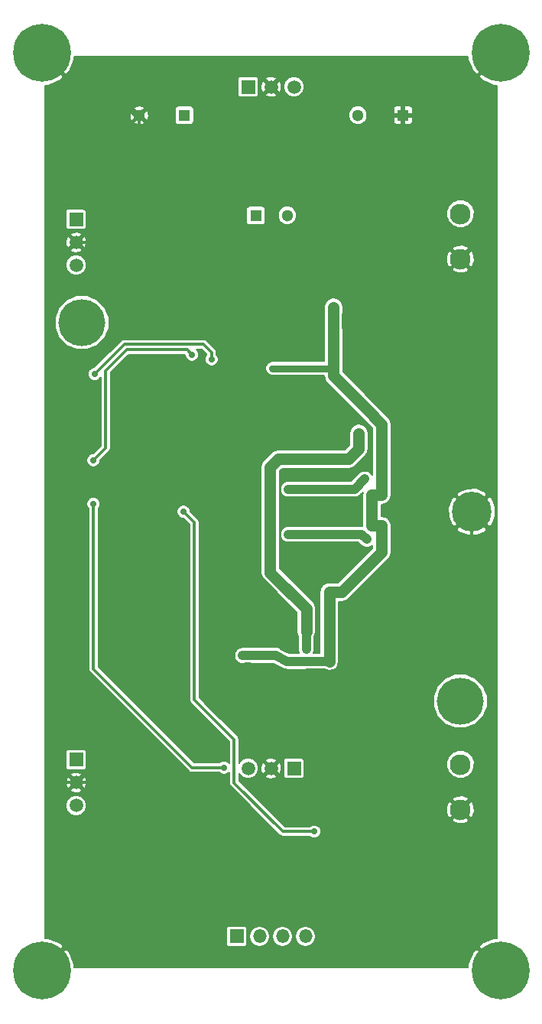
<source format=gbr>
G04 #@! TF.FileFunction,Copper,L2,Bot,Signal*
%FSLAX46Y46*%
G04 Gerber Fmt 4.6, Leading zero omitted, Abs format (unit mm)*
G04 Created by KiCad (PCBNEW 4.0.5) date 07/16/18 17:30:08*
%MOMM*%
%LPD*%
G01*
G04 APERTURE LIST*
%ADD10C,0.100000*%
%ADD11C,5.200000*%
%ADD12C,6.400000*%
%ADD13C,1.300000*%
%ADD14R,1.300000X1.300000*%
%ADD15R,1.500000X1.500000*%
%ADD16C,1.500000*%
%ADD17C,2.300000*%
%ADD18O,1.500000X1.500000*%
%ADD19C,4.400000*%
%ADD20C,0.700000*%
%ADD21C,1.000000*%
%ADD22C,0.800000*%
%ADD23C,0.900000*%
%ADD24C,0.300000*%
%ADD25C,1.300000*%
%ADD26C,1.000000*%
%ADD27C,0.750000*%
%ADD28C,0.500000*%
%ADD29C,0.200000*%
G04 APERTURE END LIST*
D10*
D11*
X120015000Y-104775000D03*
X78105000Y-62865000D03*
D12*
X124460000Y-33020000D03*
X73660000Y-33020000D03*
X73660000Y-134620000D03*
X124460000Y-134620000D03*
D13*
X100860000Y-51000000D03*
D14*
X97360000Y-51000000D03*
D15*
X77470000Y-111250000D03*
D16*
X77470000Y-113790000D03*
X77470000Y-116330000D03*
D15*
X77470000Y-51435000D03*
D16*
X77470000Y-53975000D03*
X77470000Y-56515000D03*
D15*
X96520000Y-36770000D03*
D16*
X99060000Y-36770000D03*
X101600000Y-36770000D03*
D17*
X120015000Y-116800000D03*
X120015000Y-111800000D03*
X120015000Y-55840000D03*
X120015000Y-50840000D03*
D15*
X101600000Y-112220000D03*
D16*
X99060000Y-112220000D03*
X96520000Y-112220000D03*
D15*
X95250000Y-130820000D03*
D18*
X97790000Y-130820000D03*
X100330000Y-130820000D03*
X102870000Y-130820000D03*
D14*
X113660000Y-39920000D03*
D13*
X108660000Y-39920000D03*
D14*
X89460000Y-39920000D03*
D13*
X84460000Y-39920000D03*
D19*
X121285000Y-83820000D03*
D20*
X108760000Y-100020000D03*
X107378500Y-95250000D03*
X106680000Y-74930000D03*
X99060000Y-95250000D03*
X96520000Y-95250000D03*
X96520000Y-91440000D03*
X96520000Y-87630000D03*
X103505000Y-75565000D03*
X100965000Y-74295000D03*
X96520000Y-74295000D03*
X96520000Y-76835000D03*
X96520000Y-80645000D03*
X96520000Y-83185000D03*
X102235000Y-83185000D03*
X102235000Y-84455000D03*
X121285000Y-98425000D03*
X121285000Y-92075000D03*
X121285000Y-64135000D03*
X121285000Y-71755000D03*
X118795800Y-81280000D03*
X88410000Y-88620000D03*
X89660000Y-106620000D03*
X91660000Y-110620000D03*
X91660000Y-115620000D03*
X88660000Y-95620000D03*
X88660000Y-100620000D03*
X85445600Y-86398100D03*
X88265000Y-69215000D03*
X88265000Y-73025000D03*
X88265000Y-76200000D03*
X88265000Y-79375000D03*
X85102700Y-81140300D03*
X76835000Y-107950000D03*
X76835000Y-104140000D03*
X85090000Y-93980000D03*
X84455000Y-97155000D03*
X84455000Y-100965000D03*
X84455000Y-104140000D03*
X84455000Y-107950000D03*
X84455000Y-109855000D03*
X84455000Y-113665000D03*
X84455000Y-73025000D03*
X84455000Y-69215000D03*
X84455000Y-63500000D03*
X84455000Y-53975000D03*
X81280000Y-53975000D03*
X87460000Y-33920000D03*
X85660000Y-36620000D03*
X80660000Y-36620000D03*
X76660000Y-48620000D03*
X76660000Y-43620000D03*
X76660000Y-38620000D03*
X98552000Y-62484000D03*
X100260000Y-54820000D03*
X103960000Y-57520000D03*
X103960000Y-62520000D03*
X105860000Y-33920000D03*
X110860000Y-33920000D03*
X100860000Y-33920000D03*
X92060000Y-33920000D03*
X97060000Y-33920000D03*
X94660000Y-58620000D03*
X94615000Y-62484000D03*
X89662000Y-62484000D03*
X89660000Y-58620000D03*
X89660000Y-53620000D03*
X89660000Y-48620000D03*
X84660000Y-48620000D03*
X84660000Y-43620000D03*
X99160000Y-104120000D03*
X94160000Y-104120000D03*
X98660000Y-100920000D03*
X94860000Y-100920000D03*
X104160000Y-115120000D03*
X104160000Y-104120000D03*
X104160000Y-108120000D03*
X99160000Y-108120000D03*
X101760000Y-117820000D03*
X105360000Y-122920000D03*
X105360000Y-126720000D03*
X100960000Y-97720000D03*
X97960000Y-97720000D03*
X99060000Y-41020000D03*
X105660000Y-50620000D03*
X121660000Y-44620000D03*
X116660000Y-44620000D03*
X111660000Y-47620000D03*
X110660000Y-51620000D03*
X110660000Y-56620000D03*
X110660000Y-61620000D03*
X117660000Y-35620000D03*
X121660000Y-39620000D03*
X108660000Y-115620000D03*
X115660000Y-115620000D03*
X108660000Y-110620000D03*
X111660000Y-107620000D03*
X121660000Y-120620000D03*
X121660000Y-125620000D03*
X119660000Y-130620000D03*
X115660000Y-131620000D03*
X108660000Y-131620000D03*
X108660000Y-120620000D03*
X115660000Y-120620000D03*
X115660000Y-126620000D03*
X108660000Y-126620000D03*
X81660000Y-125620000D03*
X86660000Y-125620000D03*
X91660000Y-125620000D03*
X91660000Y-120620000D03*
X86660000Y-120620000D03*
X81660000Y-120620000D03*
X87660000Y-131620000D03*
X82660000Y-131620000D03*
X78660000Y-129620000D03*
X76660000Y-125620000D03*
X76660000Y-120620000D03*
X108760000Y-67820000D03*
D21*
X102960000Y-97104200D03*
X102941120Y-95443040D03*
D22*
X108762800Y-75143360D03*
X108760000Y-76870000D03*
D21*
X102960000Y-99020000D03*
D23*
X105994200Y-62560200D03*
X105960000Y-61146600D03*
D21*
X105510000Y-92697300D03*
X105511600Y-94355920D03*
X97647760Y-99705160D03*
X95897700Y-99720000D03*
D20*
X99187000Y-67945000D03*
D23*
X105960000Y-64520000D03*
D21*
X110210000Y-81970000D03*
X110210000Y-85320000D03*
X105511600Y-96022160D03*
X99560000Y-99720000D03*
X105511600Y-100368100D03*
X100959920Y-86319360D03*
X102616000Y-86320000D03*
X109639100Y-86880700D03*
X100970080Y-81325720D03*
X102616000Y-81318100D03*
X109448600Y-80175100D03*
D20*
X103860000Y-119220000D03*
X89360000Y-83820000D03*
X93853000Y-112141000D03*
X79375000Y-82931000D03*
X90297000Y-66421000D03*
X79375000Y-78105000D03*
X92456000Y-66929000D03*
X79502000Y-68580000D03*
D24*
X108760000Y-100020000D02*
X108760000Y-96631500D01*
X108760000Y-96631500D02*
X107378500Y-95250000D01*
X100965000Y-74295000D02*
X106045000Y-74295000D01*
X106045000Y-74295000D02*
X106680000Y-74930000D01*
X96520000Y-83185000D02*
X96520000Y-87630000D01*
X96520000Y-91440000D02*
X96520000Y-95250000D01*
X102235000Y-75565000D02*
X103505000Y-75565000D01*
X100965000Y-74295000D02*
X102235000Y-75565000D01*
X96520000Y-76835000D02*
X96520000Y-74295000D01*
X96520000Y-83185000D02*
X96520000Y-80645000D01*
X102235000Y-84455000D02*
X102235000Y-83185000D01*
X121285000Y-83820000D02*
X121285000Y-92075000D01*
X118795800Y-81280000D02*
X121285000Y-71755000D01*
X73660000Y-33020000D02*
X73672700Y-33020000D01*
X73672700Y-33020000D02*
X77272700Y-36620000D01*
X77272700Y-36620000D02*
X80660000Y-36620000D01*
X124460000Y-33020000D02*
X124421900Y-33020000D01*
X124421900Y-33020000D02*
X121821900Y-35620000D01*
X121821900Y-35620000D02*
X117660000Y-35620000D01*
X119660000Y-130620000D02*
X120561600Y-130620000D01*
X120561600Y-130620000D02*
X124460000Y-134518400D01*
X124460000Y-134518400D02*
X124460000Y-134620000D01*
X78660000Y-129620000D02*
X73660000Y-134620000D01*
X88410000Y-88620000D02*
X87667500Y-88620000D01*
X91660000Y-108620000D02*
X89660000Y-106620000D01*
X91660000Y-120620000D02*
X91660000Y-115620000D01*
X91660000Y-110620000D02*
X91660000Y-108620000D01*
X88660000Y-100620000D02*
X88660000Y-95620000D01*
X87667500Y-88620000D02*
X85445600Y-86398100D01*
X88265000Y-79375000D02*
X86995000Y-79375000D01*
X88265000Y-73025000D02*
X88265000Y-76200000D01*
X84455000Y-69215000D02*
X88265000Y-69215000D01*
X85229700Y-81140300D02*
X85102700Y-81140300D01*
X86995000Y-79375000D02*
X85229700Y-81140300D01*
X76835000Y-104140000D02*
X76835000Y-107950000D01*
X77470000Y-113790000D02*
X84330000Y-113790000D01*
X85090000Y-96520000D02*
X85090000Y-93980000D01*
X84455000Y-97155000D02*
X85090000Y-96520000D01*
X84455000Y-104140000D02*
X84455000Y-100965000D01*
X84455000Y-109855000D02*
X84455000Y-107950000D01*
X84330000Y-113790000D02*
X84455000Y-113665000D01*
X77470000Y-53975000D02*
X81280000Y-53975000D01*
X84455000Y-69215000D02*
X84455000Y-73025000D01*
X84455000Y-53975000D02*
X84455000Y-63500000D01*
X87460000Y-33920000D02*
X97060000Y-33920000D01*
X83960000Y-39920000D02*
X80660000Y-36620000D01*
X76660000Y-38620000D02*
X76660000Y-43620000D01*
X98552000Y-62484000D02*
X99760000Y-62520000D01*
X101260000Y-54820000D02*
X100260000Y-54820000D01*
X103960000Y-57520000D02*
X101260000Y-54820000D01*
X99760000Y-62520000D02*
X103960000Y-62520000D01*
X97060000Y-33920000D02*
X100860000Y-33920000D01*
X110860000Y-33920000D02*
X105860000Y-33920000D01*
X84460000Y-39920000D02*
X84460000Y-43420000D01*
X89662000Y-62484000D02*
X94615000Y-62484000D01*
X89660000Y-53620000D02*
X89660000Y-58620000D01*
X84660000Y-48620000D02*
X89660000Y-48620000D01*
X84460000Y-43420000D02*
X84660000Y-43620000D01*
X84460000Y-39920000D02*
X83960000Y-39920000D01*
X94160000Y-104120000D02*
X96060000Y-102220000D01*
X99160000Y-108120000D02*
X99160000Y-104120000D01*
X96060000Y-102220000D02*
X94860000Y-100920000D01*
X108660000Y-115620000D02*
X108160000Y-115120000D01*
X108160000Y-115120000D02*
X104160000Y-115120000D01*
X99160000Y-108120000D02*
X104160000Y-108120000D01*
X99060000Y-112220000D02*
X101760000Y-114920000D01*
X101760000Y-114920000D02*
X101760000Y-117820000D01*
X105360000Y-126720000D02*
X105360000Y-122920000D01*
X97960000Y-97720000D02*
X100960000Y-97720000D01*
X110660000Y-51620000D02*
X106660000Y-51620000D01*
X106660000Y-51620000D02*
X105660000Y-50620000D01*
X116660000Y-44620000D02*
X114660000Y-44620000D01*
X114660000Y-44620000D02*
X111660000Y-47620000D01*
X110660000Y-51620000D02*
X110660000Y-56620000D01*
X121660000Y-44620000D02*
X121660000Y-39620000D01*
X113660000Y-39920000D02*
X121360000Y-39920000D01*
X121360000Y-39920000D02*
X121660000Y-39620000D01*
X115660000Y-115620000D02*
X108660000Y-115620000D01*
X108660000Y-110620000D02*
X111660000Y-107620000D01*
X121660000Y-118445000D02*
X121660000Y-120620000D01*
X121660000Y-125620000D02*
X121660000Y-128620000D01*
X121660000Y-128620000D02*
X119660000Y-130620000D01*
X115660000Y-131620000D02*
X108660000Y-131620000D01*
X120015000Y-116800000D02*
X121660000Y-118445000D01*
X115660000Y-120620000D02*
X108660000Y-120620000D01*
X108660000Y-126620000D02*
X115660000Y-126620000D01*
X77470000Y-113790000D02*
X80830000Y-113790000D01*
X91660000Y-125620000D02*
X86660000Y-125620000D01*
X86660000Y-120620000D02*
X91660000Y-120620000D01*
X81660000Y-114620000D02*
X81660000Y-120620000D01*
X80830000Y-113790000D02*
X81660000Y-114620000D01*
X77470000Y-113790000D02*
X76490000Y-113790000D01*
X82660000Y-131620000D02*
X87660000Y-131620000D01*
X78660000Y-127620000D02*
X78660000Y-129620000D01*
X76660000Y-125620000D02*
X78660000Y-127620000D01*
X75660000Y-119620000D02*
X76660000Y-120620000D01*
X75660000Y-114620000D02*
X75660000Y-119620000D01*
X76490000Y-113790000D02*
X75660000Y-114620000D01*
D25*
X102517350Y-77975050D02*
X99863050Y-77975050D01*
X98958400Y-78879700D02*
X98958400Y-81534000D01*
X99863050Y-77975050D02*
X98958400Y-78879700D01*
X107654950Y-77975050D02*
X102517350Y-77975050D01*
X102960000Y-94527200D02*
X102941120Y-95443040D01*
X98958400Y-81534000D02*
X98958400Y-90525600D01*
X98958400Y-90525600D02*
X102960000Y-94527200D01*
X108760000Y-76870000D02*
X108762800Y-75143360D01*
D26*
X108762800Y-75143360D02*
X108752900Y-75133460D01*
X102960000Y-99020000D02*
X102960000Y-97104200D01*
D25*
X102960000Y-97104200D02*
X102941120Y-95443040D01*
X107654950Y-77975050D02*
X108760000Y-76870000D01*
X110210000Y-85320000D02*
X111266100Y-85320000D01*
X106908600Y-92697300D02*
X105510000Y-92697300D01*
X111290100Y-88315800D02*
X106908600Y-92697300D01*
X111290100Y-85344000D02*
X111290100Y-88315800D01*
X111266100Y-85320000D02*
X111290100Y-85344000D01*
X111290100Y-81970000D02*
X111290100Y-74104500D01*
X111290100Y-74104500D02*
X110439200Y-73253600D01*
D26*
X105994200Y-62560200D02*
X105944200Y-62560200D01*
D25*
X105944200Y-62560200D02*
X105960000Y-61146600D01*
X105960000Y-64520000D02*
X105944200Y-62560200D01*
D26*
X110439200Y-73240900D02*
X110439200Y-73253600D01*
D25*
X105960000Y-67920000D02*
X105960000Y-68656200D01*
X105960000Y-68761700D02*
X110439200Y-73240900D01*
X105960000Y-68656200D02*
X105960000Y-68761700D01*
X111290100Y-81970000D02*
X110210000Y-81970000D01*
D26*
X95897700Y-99720000D02*
X95897700Y-99695000D01*
X99560000Y-99720000D02*
X97870880Y-99720000D01*
X97870880Y-99720000D02*
X97845880Y-99695000D01*
X97845880Y-99695000D02*
X97647760Y-99705160D01*
X97647760Y-99705160D02*
X95897700Y-99695000D01*
X95897700Y-99695000D02*
X95885000Y-99695000D01*
D27*
X99212000Y-67920000D02*
X105960000Y-67920000D01*
X99187000Y-67945000D02*
X99212000Y-67920000D01*
D25*
X105960000Y-64520000D02*
X105960000Y-67920000D01*
X105511600Y-96022160D02*
X105511600Y-94355920D01*
X105511600Y-94355920D02*
X105510000Y-92697300D01*
D26*
X105511600Y-96022160D02*
X105511600Y-96022160D01*
D25*
X110210000Y-81970000D02*
X110210000Y-85320000D01*
X105511600Y-96022160D02*
X105511600Y-100368100D01*
D26*
X99560000Y-99720000D02*
X100761800Y-100380800D01*
X100761800Y-100380800D02*
X105511600Y-100368100D01*
D28*
X100961820Y-86317460D02*
X100959920Y-86319360D01*
D26*
X102616000Y-86320000D02*
X100961820Y-86317460D01*
D28*
X102616000Y-86320000D02*
X102605200Y-86320000D01*
X102603300Y-86318100D02*
X102603300Y-86309200D01*
X102605200Y-86320000D02*
X102603300Y-86318100D01*
D26*
X102603300Y-86309200D02*
X109067600Y-86309200D01*
X109067600Y-86309200D02*
X109639100Y-86880700D01*
X100970080Y-81325720D02*
X102616000Y-81318100D01*
D28*
X108176700Y-81318100D02*
X108178600Y-81320000D01*
D26*
X108303700Y-81320000D02*
X109448600Y-80175100D01*
X108178600Y-81320000D02*
X108303700Y-81320000D01*
X102616000Y-81318100D02*
X108176700Y-81318100D01*
D24*
X90560000Y-104620000D02*
X94960000Y-109020000D01*
X90560000Y-104620000D02*
X90560000Y-85020000D01*
X90560000Y-85020000D02*
X89360000Y-83820000D01*
X100360000Y-119220000D02*
X103860000Y-119220000D01*
X94960000Y-113820000D02*
X100360000Y-119220000D01*
X94960000Y-109020000D02*
X94960000Y-113820000D01*
X79375000Y-82931000D02*
X79375000Y-101219000D01*
X79375000Y-101219000D02*
X90297000Y-112141000D01*
X90297000Y-112141000D02*
X93853000Y-112141000D01*
X89754002Y-65878002D02*
X90297000Y-66421000D01*
X83052528Y-65878002D02*
X89754002Y-65878002D01*
X80751765Y-68178765D02*
X83052528Y-65878002D01*
X80751765Y-76728235D02*
X80751765Y-68178765D01*
X79375000Y-78105000D02*
X80751765Y-76728235D01*
X92456000Y-66167000D02*
X92456000Y-66929000D01*
X91567000Y-65278000D02*
X92456000Y-66167000D01*
X82804000Y-65278000D02*
X91567000Y-65278000D01*
X79502000Y-68580000D02*
X82804000Y-65278000D01*
D29*
G36*
X120861156Y-33741871D02*
X121404793Y-35054327D01*
X121831418Y-35436450D01*
X122568723Y-34699145D01*
X122780855Y-34911277D01*
X122043550Y-35648582D01*
X122425673Y-36075207D01*
X123749704Y-36621146D01*
X124085000Y-36620607D01*
X124085000Y-131020598D01*
X123738129Y-131021156D01*
X122425673Y-131564793D01*
X122043550Y-131991418D01*
X122766096Y-132713964D01*
X122552018Y-132924150D01*
X121831418Y-132203550D01*
X121404793Y-132585673D01*
X120858854Y-133909704D01*
X120859393Y-134245000D01*
X77259402Y-134245000D01*
X77258844Y-133898129D01*
X76715207Y-132585673D01*
X76288582Y-132203550D01*
X75566036Y-132926096D01*
X75355850Y-132712018D01*
X76076450Y-131991418D01*
X75694327Y-131564793D01*
X74370296Y-131018854D01*
X74035000Y-131019393D01*
X74035000Y-130070000D01*
X94092164Y-130070000D01*
X94092164Y-131570000D01*
X94120056Y-131718231D01*
X94207660Y-131854372D01*
X94341329Y-131945704D01*
X94500000Y-131977836D01*
X96000000Y-131977836D01*
X96148231Y-131949944D01*
X96284372Y-131862340D01*
X96375704Y-131728671D01*
X96407836Y-131570000D01*
X96407836Y-130797470D01*
X96640000Y-130797470D01*
X96640000Y-130842530D01*
X96727539Y-131282616D01*
X96976827Y-131655703D01*
X97349914Y-131904991D01*
X97790000Y-131992530D01*
X98230086Y-131904991D01*
X98603173Y-131655703D01*
X98852461Y-131282616D01*
X98940000Y-130842530D01*
X98940000Y-130797470D01*
X99180000Y-130797470D01*
X99180000Y-130842530D01*
X99267539Y-131282616D01*
X99516827Y-131655703D01*
X99889914Y-131904991D01*
X100330000Y-131992530D01*
X100770086Y-131904991D01*
X101143173Y-131655703D01*
X101392461Y-131282616D01*
X101480000Y-130842530D01*
X101480000Y-130797470D01*
X101720000Y-130797470D01*
X101720000Y-130842530D01*
X101807539Y-131282616D01*
X102056827Y-131655703D01*
X102429914Y-131904991D01*
X102870000Y-131992530D01*
X103310086Y-131904991D01*
X103683173Y-131655703D01*
X103932461Y-131282616D01*
X104020000Y-130842530D01*
X104020000Y-130797470D01*
X103932461Y-130357384D01*
X103683173Y-129984297D01*
X103310086Y-129735009D01*
X102870000Y-129647470D01*
X102429914Y-129735009D01*
X102056827Y-129984297D01*
X101807539Y-130357384D01*
X101720000Y-130797470D01*
X101480000Y-130797470D01*
X101392461Y-130357384D01*
X101143173Y-129984297D01*
X100770086Y-129735009D01*
X100330000Y-129647470D01*
X99889914Y-129735009D01*
X99516827Y-129984297D01*
X99267539Y-130357384D01*
X99180000Y-130797470D01*
X98940000Y-130797470D01*
X98852461Y-130357384D01*
X98603173Y-129984297D01*
X98230086Y-129735009D01*
X97790000Y-129647470D01*
X97349914Y-129735009D01*
X96976827Y-129984297D01*
X96727539Y-130357384D01*
X96640000Y-130797470D01*
X96407836Y-130797470D01*
X96407836Y-130070000D01*
X96379944Y-129921769D01*
X96292340Y-129785628D01*
X96158671Y-129694296D01*
X96000000Y-129662164D01*
X94500000Y-129662164D01*
X94351769Y-129690056D01*
X94215628Y-129777660D01*
X94124296Y-129911329D01*
X94092164Y-130070000D01*
X74035000Y-130070000D01*
X74035000Y-116557746D01*
X76319801Y-116557746D01*
X76494509Y-116980572D01*
X76817727Y-117304354D01*
X77240247Y-117479800D01*
X77697746Y-117480199D01*
X78120572Y-117305491D01*
X78444354Y-116982273D01*
X78619800Y-116559753D01*
X78620199Y-116102254D01*
X78445491Y-115679428D01*
X78122273Y-115355646D01*
X77699753Y-115180200D01*
X77242254Y-115179801D01*
X76819428Y-115354509D01*
X76495646Y-115677727D01*
X76320200Y-116100247D01*
X76319801Y-116557746D01*
X74035000Y-116557746D01*
X74035000Y-114647006D01*
X76825126Y-114647006D01*
X76907819Y-114818970D01*
X77344382Y-114955781D01*
X77800070Y-114915114D01*
X78032181Y-114818970D01*
X78114874Y-114647006D01*
X77470000Y-114002132D01*
X76825126Y-114647006D01*
X74035000Y-114647006D01*
X74035000Y-113664382D01*
X76304219Y-113664382D01*
X76344886Y-114120070D01*
X76441030Y-114352181D01*
X76612994Y-114434874D01*
X77257868Y-113790000D01*
X77682132Y-113790000D01*
X78327006Y-114434874D01*
X78498970Y-114352181D01*
X78635781Y-113915618D01*
X78595114Y-113459930D01*
X78498970Y-113227819D01*
X78327006Y-113145126D01*
X77682132Y-113790000D01*
X77257868Y-113790000D01*
X76612994Y-113145126D01*
X76441030Y-113227819D01*
X76304219Y-113664382D01*
X74035000Y-113664382D01*
X74035000Y-112932994D01*
X76825126Y-112932994D01*
X77470000Y-113577868D01*
X78114874Y-112932994D01*
X78032181Y-112761030D01*
X77595618Y-112624219D01*
X77139930Y-112664886D01*
X76907819Y-112761030D01*
X76825126Y-112932994D01*
X74035000Y-112932994D01*
X74035000Y-110500000D01*
X76312164Y-110500000D01*
X76312164Y-112000000D01*
X76340056Y-112148231D01*
X76427660Y-112284372D01*
X76561329Y-112375704D01*
X76720000Y-112407836D01*
X78220000Y-112407836D01*
X78368231Y-112379944D01*
X78504372Y-112292340D01*
X78595704Y-112158671D01*
X78627836Y-112000000D01*
X78627836Y-110500000D01*
X78599944Y-110351769D01*
X78512340Y-110215628D01*
X78378671Y-110124296D01*
X78220000Y-110092164D01*
X76720000Y-110092164D01*
X76571769Y-110120056D01*
X76435628Y-110207660D01*
X76344296Y-110341329D01*
X76312164Y-110500000D01*
X74035000Y-110500000D01*
X74035000Y-83079530D01*
X78624870Y-83079530D01*
X78738811Y-83355286D01*
X78825000Y-83441625D01*
X78825000Y-101219000D01*
X78866866Y-101429476D01*
X78986091Y-101607909D01*
X89908089Y-112529906D01*
X89908091Y-112529909D01*
X90049236Y-112624219D01*
X90086524Y-112649134D01*
X90297000Y-112691001D01*
X90297005Y-112691000D01*
X93342306Y-112691000D01*
X93427605Y-112776448D01*
X93703161Y-112890869D01*
X94001530Y-112891130D01*
X94277286Y-112777189D01*
X94410000Y-112644706D01*
X94410000Y-113820000D01*
X94451866Y-114030476D01*
X94571091Y-114208909D01*
X99971091Y-119608909D01*
X100149524Y-119728134D01*
X100360000Y-119770000D01*
X103349306Y-119770000D01*
X103434605Y-119855448D01*
X103710161Y-119969869D01*
X104008530Y-119970130D01*
X104284286Y-119856189D01*
X104495448Y-119645395D01*
X104609869Y-119369839D01*
X104610130Y-119071470D01*
X104496189Y-118795714D01*
X104285395Y-118584552D01*
X104009839Y-118470131D01*
X103711470Y-118469870D01*
X103435714Y-118583811D01*
X103349375Y-118670000D01*
X100587818Y-118670000D01*
X99865273Y-117947455D01*
X119079677Y-117947455D01*
X119211631Y-118160939D01*
X119793592Y-118364779D01*
X120409261Y-118330396D01*
X120818369Y-118160939D01*
X120950323Y-117947455D01*
X120015000Y-117012132D01*
X119079677Y-117947455D01*
X99865273Y-117947455D01*
X98496410Y-116578592D01*
X118450221Y-116578592D01*
X118484604Y-117194261D01*
X118654061Y-117603369D01*
X118867545Y-117735323D01*
X119802868Y-116800000D01*
X120227132Y-116800000D01*
X121162455Y-117735323D01*
X121375939Y-117603369D01*
X121579779Y-117021408D01*
X121545396Y-116405739D01*
X121375939Y-115996631D01*
X121162455Y-115864677D01*
X120227132Y-116800000D01*
X119802868Y-116800000D01*
X118867545Y-115864677D01*
X118654061Y-115996631D01*
X118450221Y-116578592D01*
X98496410Y-116578592D01*
X97570363Y-115652545D01*
X119079677Y-115652545D01*
X120015000Y-116587868D01*
X120950323Y-115652545D01*
X120818369Y-115439061D01*
X120236408Y-115235221D01*
X119620739Y-115269604D01*
X119211631Y-115439061D01*
X119079677Y-115652545D01*
X97570363Y-115652545D01*
X95510000Y-113592182D01*
X95510000Y-112787054D01*
X95544509Y-112870572D01*
X95867727Y-113194354D01*
X96290247Y-113369800D01*
X96747746Y-113370199D01*
X97170572Y-113195491D01*
X97289263Y-113077006D01*
X98415126Y-113077006D01*
X98497819Y-113248970D01*
X98934382Y-113385781D01*
X99390070Y-113345114D01*
X99622181Y-113248970D01*
X99704874Y-113077006D01*
X99060000Y-112432132D01*
X98415126Y-113077006D01*
X97289263Y-113077006D01*
X97494354Y-112872273D01*
X97669800Y-112449753D01*
X97670109Y-112094382D01*
X97894219Y-112094382D01*
X97934886Y-112550070D01*
X98031030Y-112782181D01*
X98202994Y-112864874D01*
X98847868Y-112220000D01*
X99272132Y-112220000D01*
X99917006Y-112864874D01*
X100088970Y-112782181D01*
X100225781Y-112345618D01*
X100185114Y-111889930D01*
X100088970Y-111657819D01*
X99917006Y-111575126D01*
X99272132Y-112220000D01*
X98847868Y-112220000D01*
X98202994Y-111575126D01*
X98031030Y-111657819D01*
X97894219Y-112094382D01*
X97670109Y-112094382D01*
X97670199Y-111992254D01*
X97495491Y-111569428D01*
X97289417Y-111362994D01*
X98415126Y-111362994D01*
X99060000Y-112007868D01*
X99597868Y-111470000D01*
X100442164Y-111470000D01*
X100442164Y-112970000D01*
X100470056Y-113118231D01*
X100557660Y-113254372D01*
X100691329Y-113345704D01*
X100850000Y-113377836D01*
X102350000Y-113377836D01*
X102498231Y-113349944D01*
X102634372Y-113262340D01*
X102725704Y-113128671D01*
X102757836Y-112970000D01*
X102757836Y-112106961D01*
X118464732Y-112106961D01*
X118700208Y-112676857D01*
X119135849Y-113113260D01*
X119705333Y-113349730D01*
X120321961Y-113350268D01*
X120891857Y-113114792D01*
X121328260Y-112679151D01*
X121564730Y-112109667D01*
X121565268Y-111493039D01*
X121329792Y-110923143D01*
X120894151Y-110486740D01*
X120324667Y-110250270D01*
X119708039Y-110249732D01*
X119138143Y-110485208D01*
X118701740Y-110920849D01*
X118465270Y-111490333D01*
X118464732Y-112106961D01*
X102757836Y-112106961D01*
X102757836Y-111470000D01*
X102729944Y-111321769D01*
X102642340Y-111185628D01*
X102508671Y-111094296D01*
X102350000Y-111062164D01*
X100850000Y-111062164D01*
X100701769Y-111090056D01*
X100565628Y-111177660D01*
X100474296Y-111311329D01*
X100442164Y-111470000D01*
X99597868Y-111470000D01*
X99704874Y-111362994D01*
X99622181Y-111191030D01*
X99185618Y-111054219D01*
X98729930Y-111094886D01*
X98497819Y-111191030D01*
X98415126Y-111362994D01*
X97289417Y-111362994D01*
X97172273Y-111245646D01*
X96749753Y-111070200D01*
X96292254Y-111069801D01*
X95869428Y-111244509D01*
X95545646Y-111567727D01*
X95510000Y-111653572D01*
X95510000Y-109020005D01*
X95510001Y-109020000D01*
X95468134Y-108809524D01*
X95348909Y-108631091D01*
X95348906Y-108631089D01*
X92086937Y-105369119D01*
X117014481Y-105369119D01*
X117470241Y-106472143D01*
X118313418Y-107316793D01*
X119415645Y-107774478D01*
X120609119Y-107775519D01*
X121712143Y-107319759D01*
X122556793Y-106476582D01*
X123014478Y-105374355D01*
X123015519Y-104180881D01*
X122559759Y-103077857D01*
X121716582Y-102233207D01*
X120614355Y-101775522D01*
X119420881Y-101774481D01*
X118317857Y-102230241D01*
X117473207Y-103073418D01*
X117015522Y-104175645D01*
X117014481Y-105369119D01*
X92086937Y-105369119D01*
X91110000Y-104392182D01*
X91110000Y-99695000D01*
X94985000Y-99695000D01*
X94997666Y-99758677D01*
X94997544Y-99898236D01*
X95051308Y-100028355D01*
X95053508Y-100039415D01*
X95059718Y-100048709D01*
X95134272Y-100229143D01*
X95387225Y-100482538D01*
X95553284Y-100551491D01*
X95553285Y-100551492D01*
X95553286Y-100551492D01*
X95717894Y-100619843D01*
X96075936Y-100620156D01*
X96133468Y-100596384D01*
X97465825Y-100604119D01*
X97467954Y-100605003D01*
X97796930Y-100605291D01*
X97870880Y-100620000D01*
X99328887Y-100620000D01*
X100328169Y-101169447D01*
X100376971Y-101184885D01*
X100419609Y-101213210D01*
X100543052Y-101237421D01*
X100662979Y-101275358D01*
X100713974Y-101270945D01*
X100764206Y-101280797D01*
X105006934Y-101269453D01*
X105109782Y-101338174D01*
X105511600Y-101418100D01*
X105913418Y-101338174D01*
X106254062Y-101110562D01*
X106481674Y-100769918D01*
X106561600Y-100368100D01*
X106561600Y-94355920D01*
X106561500Y-94355415D01*
X106561600Y-94354907D01*
X106561014Y-93747300D01*
X106908600Y-93747300D01*
X107310418Y-93667374D01*
X107651062Y-93439762D01*
X112032562Y-89058262D01*
X112260174Y-88717618D01*
X112340100Y-88315800D01*
X112340100Y-85726730D01*
X119590402Y-85726730D01*
X119850667Y-86049385D01*
X120812998Y-86428579D01*
X121847187Y-86410640D01*
X122719333Y-86049385D01*
X122979598Y-85726730D01*
X121285000Y-84032132D01*
X119590402Y-85726730D01*
X112340100Y-85726730D01*
X112340100Y-85344000D01*
X112260174Y-84942182D01*
X112032562Y-84601538D01*
X112008562Y-84577538D01*
X111667918Y-84349926D01*
X111266100Y-84270000D01*
X111260000Y-84270000D01*
X111260000Y-83347998D01*
X118676421Y-83347998D01*
X118694360Y-84382187D01*
X119055615Y-85254333D01*
X119378270Y-85514598D01*
X121072868Y-83820000D01*
X121497132Y-83820000D01*
X123191730Y-85514598D01*
X123514385Y-85254333D01*
X123893579Y-84292002D01*
X123875640Y-83257813D01*
X123514385Y-82385667D01*
X123191730Y-82125402D01*
X121497132Y-83820000D01*
X121072868Y-83820000D01*
X119378270Y-82125402D01*
X119055615Y-82385667D01*
X118676421Y-83347998D01*
X111260000Y-83347998D01*
X111260000Y-83020000D01*
X111290100Y-83020000D01*
X111691918Y-82940074D01*
X112032562Y-82712462D01*
X112260174Y-82371818D01*
X112340100Y-81970000D01*
X112340100Y-81913270D01*
X119590402Y-81913270D01*
X121285000Y-83607868D01*
X122979598Y-81913270D01*
X122719333Y-81590615D01*
X121757002Y-81211421D01*
X120722813Y-81229360D01*
X119850667Y-81590615D01*
X119590402Y-81913270D01*
X112340100Y-81913270D01*
X112340100Y-74104500D01*
X112260174Y-73702682D01*
X112032562Y-73362038D01*
X111207236Y-72536712D01*
X111181662Y-72498438D01*
X107010000Y-68326776D01*
X107010000Y-64520000D01*
X107009159Y-64515771D01*
X107009966Y-64511535D01*
X106994247Y-62561807D01*
X107009934Y-61158336D01*
X106934504Y-60755649D01*
X106710714Y-60412483D01*
X106372635Y-60181078D01*
X105971735Y-60096666D01*
X105569049Y-60172096D01*
X105225882Y-60395887D01*
X104994477Y-60733965D01*
X104910066Y-61134865D01*
X104894266Y-62548465D01*
X104896158Y-62558567D01*
X104894234Y-62568665D01*
X104910000Y-64524248D01*
X104910000Y-67145000D01*
X99212000Y-67145000D01*
X98915420Y-67203993D01*
X98663992Y-67371992D01*
X98638992Y-67396992D01*
X98568107Y-67503079D01*
X98551552Y-67519605D01*
X98542503Y-67541399D01*
X98470993Y-67648420D01*
X98446102Y-67773557D01*
X98437131Y-67795161D01*
X98437110Y-67818761D01*
X98412000Y-67945000D01*
X98436890Y-68070134D01*
X98436870Y-68093530D01*
X98445883Y-68115343D01*
X98470993Y-68241580D01*
X98541878Y-68347667D01*
X98550811Y-68369286D01*
X98567483Y-68385987D01*
X98638992Y-68493008D01*
X98745079Y-68563893D01*
X98761605Y-68580448D01*
X98783399Y-68589497D01*
X98890420Y-68661007D01*
X99015557Y-68685898D01*
X99037161Y-68694869D01*
X99060761Y-68694890D01*
X99187000Y-68720000D01*
X99312134Y-68695110D01*
X99335530Y-68695130D01*
X99335845Y-68695000D01*
X104910000Y-68695000D01*
X104910000Y-68761700D01*
X104989926Y-69163518D01*
X105217538Y-69504162D01*
X109671164Y-73957788D01*
X109696738Y-73996062D01*
X110240100Y-74539424D01*
X110240100Y-79733896D01*
X110212028Y-79665957D01*
X109959075Y-79412562D01*
X109793016Y-79343609D01*
X109793015Y-79343608D01*
X109793014Y-79343608D01*
X109628406Y-79275257D01*
X109270364Y-79274944D01*
X108939457Y-79411672D01*
X108686062Y-79664625D01*
X108685905Y-79665003D01*
X107932808Y-80418100D01*
X102616213Y-80418100D01*
X102437764Y-80417944D01*
X102435385Y-80418927D01*
X100968426Y-80425718D01*
X100791844Y-80425564D01*
X100460937Y-80562292D01*
X100207542Y-80815245D01*
X100070237Y-81145914D01*
X100069924Y-81503956D01*
X100206652Y-81834863D01*
X100459605Y-82088258D01*
X100790274Y-82225563D01*
X101148316Y-82225876D01*
X101150695Y-82224893D01*
X102617654Y-82218102D01*
X102794236Y-82218256D01*
X102794614Y-82218100D01*
X108169048Y-82218100D01*
X108178600Y-82220000D01*
X108303700Y-82220000D01*
X108648115Y-82151492D01*
X108940096Y-81956396D01*
X109217980Y-81678512D01*
X109160000Y-81970000D01*
X109160000Y-85320000D01*
X109182280Y-85432011D01*
X109067600Y-85409200D01*
X102603300Y-85409200D01*
X102549523Y-85419897D01*
X100963202Y-85417461D01*
X100953607Y-85419354D01*
X100781684Y-85419204D01*
X100623847Y-85484421D01*
X100618682Y-85485440D01*
X100614271Y-85488378D01*
X100450777Y-85555932D01*
X100326408Y-85680084D01*
X100326402Y-85680088D01*
X100326398Y-85680094D01*
X100197382Y-85808885D01*
X100060077Y-86139554D01*
X100059764Y-86497596D01*
X100196492Y-86828503D01*
X100449445Y-87081898D01*
X100780114Y-87219203D01*
X101138156Y-87219516D01*
X101142458Y-87217738D01*
X102435909Y-87219725D01*
X102436194Y-87219843D01*
X102614585Y-87219999D01*
X102614618Y-87219999D01*
X102794236Y-87220156D01*
X102820752Y-87209200D01*
X108694808Y-87209200D01*
X109002149Y-87516541D01*
X109128625Y-87643238D01*
X109294684Y-87712191D01*
X109294685Y-87712192D01*
X109294686Y-87712192D01*
X109459294Y-87780543D01*
X109817336Y-87780856D01*
X110148243Y-87644128D01*
X110240100Y-87552431D01*
X110240100Y-87880876D01*
X106473676Y-91647300D01*
X105510000Y-91647300D01*
X105509495Y-91647400D01*
X105508987Y-91647300D01*
X105308277Y-91687425D01*
X105108182Y-91727226D01*
X105107753Y-91727513D01*
X105107246Y-91727614D01*
X104937450Y-91841306D01*
X104767538Y-91954838D01*
X104767251Y-91955268D01*
X104766822Y-91955555D01*
X104653540Y-92125447D01*
X104539926Y-92295482D01*
X104539825Y-92295989D01*
X104539539Y-92296418D01*
X104499836Y-92497027D01*
X104460000Y-92697300D01*
X104460100Y-92697805D01*
X104460000Y-92698313D01*
X104461600Y-94356933D01*
X104461600Y-99470904D01*
X103746480Y-99472816D01*
X103859843Y-99199806D01*
X103860156Y-98841764D01*
X103860000Y-98841386D01*
X103860000Y-97609374D01*
X103934578Y-97494967D01*
X104009932Y-97092267D01*
X103991243Y-95447902D01*
X104009777Y-94548841D01*
X104007852Y-94537999D01*
X104010000Y-94527200D01*
X103972110Y-94336713D01*
X103938150Y-94145461D01*
X103932222Y-94136181D01*
X103930074Y-94125382D01*
X103822172Y-93963896D01*
X103717607Y-93800198D01*
X103708579Y-93793893D01*
X103702462Y-93784738D01*
X100008400Y-90090676D01*
X100008400Y-79314624D01*
X100297974Y-79025050D01*
X107654950Y-79025050D01*
X108056768Y-78945124D01*
X108397412Y-78717512D01*
X109502462Y-77612462D01*
X109615691Y-77443004D01*
X109729421Y-77273391D01*
X109729592Y-77272538D01*
X109730074Y-77271817D01*
X109769839Y-77071905D01*
X109809999Y-76871703D01*
X109812799Y-75145063D01*
X109733524Y-74743116D01*
X109506465Y-74402103D01*
X109166191Y-74173939D01*
X108764503Y-74093362D01*
X108362556Y-74172636D01*
X108021543Y-74399695D01*
X107793379Y-74739970D01*
X107712801Y-75141658D01*
X107710705Y-76434371D01*
X107220026Y-76925050D01*
X99863050Y-76925050D01*
X99461232Y-77004976D01*
X99120588Y-77232588D01*
X98215938Y-78137238D01*
X97988326Y-78477882D01*
X97908400Y-78879700D01*
X97908400Y-90525600D01*
X97988326Y-90927418D01*
X98215938Y-91268062D01*
X101900997Y-94953121D01*
X101891343Y-95421399D01*
X101894326Y-95438201D01*
X101891188Y-95454973D01*
X101910068Y-97116133D01*
X101994555Y-97517016D01*
X102060000Y-97612592D01*
X102060000Y-99019787D01*
X102059844Y-99198236D01*
X102175034Y-99477018D01*
X100991788Y-99480182D01*
X100106197Y-98993247D01*
X100070475Y-98957462D01*
X99904416Y-98888509D01*
X99904415Y-98888508D01*
X99904414Y-98888508D01*
X99739806Y-98820157D01*
X99381764Y-98819844D01*
X99381386Y-98820000D01*
X97971564Y-98820000D01*
X97845880Y-98795000D01*
X97822935Y-98799564D01*
X97799786Y-98796181D01*
X97627310Y-98805026D01*
X95902925Y-98795015D01*
X95900311Y-98795519D01*
X95897700Y-98795000D01*
X95885000Y-98795000D01*
X95759922Y-98819879D01*
X95719464Y-98819844D01*
X95681743Y-98835430D01*
X95540585Y-98863508D01*
X95421963Y-98942769D01*
X95388557Y-98956572D01*
X95362750Y-98982334D01*
X95248604Y-99058604D01*
X95173000Y-99171753D01*
X95135162Y-99209525D01*
X95114479Y-99259336D01*
X95053508Y-99350585D01*
X95032285Y-99457282D01*
X94997857Y-99540194D01*
X94997778Y-99630761D01*
X94985000Y-99695000D01*
X91110000Y-99695000D01*
X91110000Y-85020000D01*
X91068134Y-84809524D01*
X90948909Y-84631091D01*
X90110024Y-83792206D01*
X90110130Y-83671470D01*
X89996189Y-83395714D01*
X89785395Y-83184552D01*
X89509839Y-83070131D01*
X89211470Y-83069870D01*
X88935714Y-83183811D01*
X88724552Y-83394605D01*
X88610131Y-83670161D01*
X88609870Y-83968530D01*
X88723811Y-84244286D01*
X88934605Y-84455448D01*
X89210161Y-84569869D01*
X89332158Y-84569976D01*
X90010000Y-85247818D01*
X90010000Y-104620000D01*
X90051866Y-104830476D01*
X90171091Y-105008909D01*
X94410000Y-109247817D01*
X94410000Y-111637387D01*
X94278395Y-111505552D01*
X94002839Y-111391131D01*
X93704470Y-111390870D01*
X93428714Y-111504811D01*
X93342375Y-111591000D01*
X90524817Y-111591000D01*
X79925000Y-100991182D01*
X79925000Y-83441694D01*
X80010448Y-83356395D01*
X80124869Y-83080839D01*
X80125130Y-82782470D01*
X80011189Y-82506714D01*
X79800395Y-82295552D01*
X79524839Y-82181131D01*
X79226470Y-82180870D01*
X78950714Y-82294811D01*
X78739552Y-82505605D01*
X78625131Y-82781161D01*
X78624870Y-83079530D01*
X74035000Y-83079530D01*
X74035000Y-78253530D01*
X78624870Y-78253530D01*
X78738811Y-78529286D01*
X78949605Y-78740448D01*
X79225161Y-78854869D01*
X79523530Y-78855130D01*
X79799286Y-78741189D01*
X80010448Y-78530395D01*
X80124869Y-78254839D01*
X80124976Y-78132842D01*
X81140674Y-77117144D01*
X81259899Y-76938711D01*
X81301766Y-76728235D01*
X81301765Y-76728230D01*
X81301765Y-68406583D01*
X83280346Y-66428002D01*
X89526184Y-66428002D01*
X89546976Y-66448794D01*
X89546870Y-66569530D01*
X89660811Y-66845286D01*
X89871605Y-67056448D01*
X90147161Y-67170869D01*
X90445530Y-67171130D01*
X90721286Y-67057189D01*
X90932448Y-66846395D01*
X91046869Y-66570839D01*
X91047130Y-66272470D01*
X90933189Y-65996714D01*
X90764769Y-65828000D01*
X91339182Y-65828000D01*
X91906000Y-66394818D01*
X91906000Y-66418306D01*
X91820552Y-66503605D01*
X91706131Y-66779161D01*
X91705870Y-67077530D01*
X91819811Y-67353286D01*
X92030605Y-67564448D01*
X92306161Y-67678869D01*
X92604530Y-67679130D01*
X92880286Y-67565189D01*
X93091448Y-67354395D01*
X93205869Y-67078839D01*
X93206130Y-66780470D01*
X93092189Y-66504714D01*
X93006000Y-66418375D01*
X93006000Y-66167000D01*
X92964134Y-65956524D01*
X92844909Y-65778091D01*
X91955909Y-64889091D01*
X91777476Y-64769866D01*
X91567000Y-64728000D01*
X82804000Y-64728000D01*
X82593524Y-64769866D01*
X82415091Y-64889091D01*
X79474206Y-67829976D01*
X79353470Y-67829870D01*
X79077714Y-67943811D01*
X78866552Y-68154605D01*
X78752131Y-68430161D01*
X78751870Y-68728530D01*
X78865811Y-69004286D01*
X79076605Y-69215448D01*
X79352161Y-69329869D01*
X79650530Y-69330130D01*
X79926286Y-69216189D01*
X80137448Y-69005395D01*
X80201765Y-68850503D01*
X80201765Y-76500417D01*
X79347206Y-77354976D01*
X79226470Y-77354870D01*
X78950714Y-77468811D01*
X78739552Y-77679605D01*
X78625131Y-77955161D01*
X78624870Y-78253530D01*
X74035000Y-78253530D01*
X74035000Y-63459119D01*
X75104481Y-63459119D01*
X75560241Y-64562143D01*
X76403418Y-65406793D01*
X77505645Y-65864478D01*
X78699119Y-65865519D01*
X79802143Y-65409759D01*
X80646793Y-64566582D01*
X81104478Y-63464355D01*
X81105519Y-62270881D01*
X80649759Y-61167857D01*
X79806582Y-60323207D01*
X78704355Y-59865522D01*
X77510881Y-59864481D01*
X76407857Y-60320241D01*
X75563207Y-61163418D01*
X75105522Y-62265645D01*
X75104481Y-63459119D01*
X74035000Y-63459119D01*
X74035000Y-56742746D01*
X76319801Y-56742746D01*
X76494509Y-57165572D01*
X76817727Y-57489354D01*
X77240247Y-57664800D01*
X77697746Y-57665199D01*
X78120572Y-57490491D01*
X78444354Y-57167273D01*
X78519021Y-56987455D01*
X119079677Y-56987455D01*
X119211631Y-57200939D01*
X119793592Y-57404779D01*
X120409261Y-57370396D01*
X120818369Y-57200939D01*
X120950323Y-56987455D01*
X120015000Y-56052132D01*
X119079677Y-56987455D01*
X78519021Y-56987455D01*
X78619800Y-56744753D01*
X78620199Y-56287254D01*
X78445491Y-55864428D01*
X78200084Y-55618592D01*
X118450221Y-55618592D01*
X118484604Y-56234261D01*
X118654061Y-56643369D01*
X118867545Y-56775323D01*
X119802868Y-55840000D01*
X120227132Y-55840000D01*
X121162455Y-56775323D01*
X121375939Y-56643369D01*
X121579779Y-56061408D01*
X121545396Y-55445739D01*
X121375939Y-55036631D01*
X121162455Y-54904677D01*
X120227132Y-55840000D01*
X119802868Y-55840000D01*
X118867545Y-54904677D01*
X118654061Y-55036631D01*
X118450221Y-55618592D01*
X78200084Y-55618592D01*
X78122273Y-55540646D01*
X77699753Y-55365200D01*
X77242254Y-55364801D01*
X76819428Y-55539509D01*
X76495646Y-55862727D01*
X76320200Y-56285247D01*
X76319801Y-56742746D01*
X74035000Y-56742746D01*
X74035000Y-54832006D01*
X76825126Y-54832006D01*
X76907819Y-55003970D01*
X77344382Y-55140781D01*
X77800070Y-55100114D01*
X78032181Y-55003970D01*
X78114874Y-54832006D01*
X77975413Y-54692545D01*
X119079677Y-54692545D01*
X120015000Y-55627868D01*
X120950323Y-54692545D01*
X120818369Y-54479061D01*
X120236408Y-54275221D01*
X119620739Y-54309604D01*
X119211631Y-54479061D01*
X119079677Y-54692545D01*
X77975413Y-54692545D01*
X77470000Y-54187132D01*
X76825126Y-54832006D01*
X74035000Y-54832006D01*
X74035000Y-53849382D01*
X76304219Y-53849382D01*
X76344886Y-54305070D01*
X76441030Y-54537181D01*
X76612994Y-54619874D01*
X77257868Y-53975000D01*
X77682132Y-53975000D01*
X78327006Y-54619874D01*
X78498970Y-54537181D01*
X78635781Y-54100618D01*
X78595114Y-53644930D01*
X78498970Y-53412819D01*
X78327006Y-53330126D01*
X77682132Y-53975000D01*
X77257868Y-53975000D01*
X76612994Y-53330126D01*
X76441030Y-53412819D01*
X76304219Y-53849382D01*
X74035000Y-53849382D01*
X74035000Y-53117994D01*
X76825126Y-53117994D01*
X77470000Y-53762868D01*
X78114874Y-53117994D01*
X78032181Y-52946030D01*
X77595618Y-52809219D01*
X77139930Y-52849886D01*
X76907819Y-52946030D01*
X76825126Y-53117994D01*
X74035000Y-53117994D01*
X74035000Y-50685000D01*
X76312164Y-50685000D01*
X76312164Y-52185000D01*
X76340056Y-52333231D01*
X76427660Y-52469372D01*
X76561329Y-52560704D01*
X76720000Y-52592836D01*
X78220000Y-52592836D01*
X78368231Y-52564944D01*
X78504372Y-52477340D01*
X78595704Y-52343671D01*
X78627836Y-52185000D01*
X78627836Y-50685000D01*
X78599944Y-50536769D01*
X78512340Y-50400628D01*
X78438244Y-50350000D01*
X96302164Y-50350000D01*
X96302164Y-51650000D01*
X96330056Y-51798231D01*
X96417660Y-51934372D01*
X96551329Y-52025704D01*
X96710000Y-52057836D01*
X98010000Y-52057836D01*
X98158231Y-52029944D01*
X98294372Y-51942340D01*
X98385704Y-51808671D01*
X98417836Y-51650000D01*
X98417836Y-51207942D01*
X99809818Y-51207942D01*
X99969334Y-51594000D01*
X100264446Y-51889628D01*
X100650226Y-52049818D01*
X101067942Y-52050182D01*
X101454000Y-51890666D01*
X101749628Y-51595554D01*
X101909818Y-51209774D01*
X101909872Y-51146961D01*
X118464732Y-51146961D01*
X118700208Y-51716857D01*
X119135849Y-52153260D01*
X119705333Y-52389730D01*
X120321961Y-52390268D01*
X120891857Y-52154792D01*
X121328260Y-51719151D01*
X121564730Y-51149667D01*
X121565268Y-50533039D01*
X121329792Y-49963143D01*
X120894151Y-49526740D01*
X120324667Y-49290270D01*
X119708039Y-49289732D01*
X119138143Y-49525208D01*
X118701740Y-49960849D01*
X118465270Y-50530333D01*
X118464732Y-51146961D01*
X101909872Y-51146961D01*
X101910182Y-50792058D01*
X101750666Y-50406000D01*
X101455554Y-50110372D01*
X101069774Y-49950182D01*
X100652058Y-49949818D01*
X100266000Y-50109334D01*
X99970372Y-50404446D01*
X99810182Y-50790226D01*
X99809818Y-51207942D01*
X98417836Y-51207942D01*
X98417836Y-50350000D01*
X98389944Y-50201769D01*
X98302340Y-50065628D01*
X98168671Y-49974296D01*
X98010000Y-49942164D01*
X96710000Y-49942164D01*
X96561769Y-49970056D01*
X96425628Y-50057660D01*
X96334296Y-50191329D01*
X96302164Y-50350000D01*
X78438244Y-50350000D01*
X78378671Y-50309296D01*
X78220000Y-50277164D01*
X76720000Y-50277164D01*
X76571769Y-50305056D01*
X76435628Y-50392660D01*
X76344296Y-50526329D01*
X76312164Y-50685000D01*
X74035000Y-50685000D01*
X74035000Y-40704118D01*
X83888014Y-40704118D01*
X83958294Y-40865735D01*
X84358401Y-40985740D01*
X84773976Y-40943495D01*
X84961706Y-40865735D01*
X85031986Y-40704118D01*
X84460000Y-40132132D01*
X83888014Y-40704118D01*
X74035000Y-40704118D01*
X74035000Y-39818401D01*
X83394260Y-39818401D01*
X83436505Y-40233976D01*
X83514265Y-40421706D01*
X83675882Y-40491986D01*
X84247868Y-39920000D01*
X84672132Y-39920000D01*
X85244118Y-40491986D01*
X85405735Y-40421706D01*
X85525740Y-40021599D01*
X85483495Y-39606024D01*
X85405735Y-39418294D01*
X85244118Y-39348014D01*
X84672132Y-39920000D01*
X84247868Y-39920000D01*
X83675882Y-39348014D01*
X83514265Y-39418294D01*
X83394260Y-39818401D01*
X74035000Y-39818401D01*
X74035000Y-39135882D01*
X83888014Y-39135882D01*
X84460000Y-39707868D01*
X84897868Y-39270000D01*
X88402164Y-39270000D01*
X88402164Y-40570000D01*
X88430056Y-40718231D01*
X88517660Y-40854372D01*
X88651329Y-40945704D01*
X88810000Y-40977836D01*
X90110000Y-40977836D01*
X90258231Y-40949944D01*
X90394372Y-40862340D01*
X90485704Y-40728671D01*
X90517836Y-40570000D01*
X90517836Y-40127942D01*
X107609818Y-40127942D01*
X107769334Y-40514000D01*
X108064446Y-40809628D01*
X108450226Y-40969818D01*
X108867942Y-40970182D01*
X109254000Y-40810666D01*
X109549628Y-40515554D01*
X109693114Y-40170000D01*
X112610000Y-40170000D01*
X112610000Y-40649565D01*
X112670896Y-40796582D01*
X112783418Y-40909104D01*
X112930435Y-40970000D01*
X113410000Y-40970000D01*
X113510000Y-40870000D01*
X113510000Y-40070000D01*
X113810000Y-40070000D01*
X113810000Y-40870000D01*
X113910000Y-40970000D01*
X114389565Y-40970000D01*
X114536582Y-40909104D01*
X114649104Y-40796582D01*
X114710000Y-40649565D01*
X114710000Y-40170000D01*
X114610000Y-40070000D01*
X113810000Y-40070000D01*
X113510000Y-40070000D01*
X112710000Y-40070000D01*
X112610000Y-40170000D01*
X109693114Y-40170000D01*
X109709818Y-40129774D01*
X109710182Y-39712058D01*
X109550666Y-39326000D01*
X109415338Y-39190435D01*
X112610000Y-39190435D01*
X112610000Y-39670000D01*
X112710000Y-39770000D01*
X113510000Y-39770000D01*
X113510000Y-38970000D01*
X113810000Y-38970000D01*
X113810000Y-39770000D01*
X114610000Y-39770000D01*
X114710000Y-39670000D01*
X114710000Y-39190435D01*
X114649104Y-39043418D01*
X114536582Y-38930896D01*
X114389565Y-38870000D01*
X113910000Y-38870000D01*
X113810000Y-38970000D01*
X113510000Y-38970000D01*
X113410000Y-38870000D01*
X112930435Y-38870000D01*
X112783418Y-38930896D01*
X112670896Y-39043418D01*
X112610000Y-39190435D01*
X109415338Y-39190435D01*
X109255554Y-39030372D01*
X108869774Y-38870182D01*
X108452058Y-38869818D01*
X108066000Y-39029334D01*
X107770372Y-39324446D01*
X107610182Y-39710226D01*
X107609818Y-40127942D01*
X90517836Y-40127942D01*
X90517836Y-39270000D01*
X90489944Y-39121769D01*
X90402340Y-38985628D01*
X90268671Y-38894296D01*
X90110000Y-38862164D01*
X88810000Y-38862164D01*
X88661769Y-38890056D01*
X88525628Y-38977660D01*
X88434296Y-39111329D01*
X88402164Y-39270000D01*
X84897868Y-39270000D01*
X85031986Y-39135882D01*
X84961706Y-38974265D01*
X84561599Y-38854260D01*
X84146024Y-38896505D01*
X83958294Y-38974265D01*
X83888014Y-39135882D01*
X74035000Y-39135882D01*
X74035000Y-36619402D01*
X74381871Y-36618844D01*
X75694327Y-36075207D01*
X75743775Y-36020000D01*
X95362164Y-36020000D01*
X95362164Y-37520000D01*
X95390056Y-37668231D01*
X95477660Y-37804372D01*
X95611329Y-37895704D01*
X95770000Y-37927836D01*
X97270000Y-37927836D01*
X97418231Y-37899944D01*
X97554372Y-37812340D01*
X97645704Y-37678671D01*
X97656166Y-37627006D01*
X98415126Y-37627006D01*
X98497819Y-37798970D01*
X98934382Y-37935781D01*
X99390070Y-37895114D01*
X99622181Y-37798970D01*
X99704874Y-37627006D01*
X99060000Y-36982132D01*
X98415126Y-37627006D01*
X97656166Y-37627006D01*
X97677836Y-37520000D01*
X97677836Y-36644382D01*
X97894219Y-36644382D01*
X97934886Y-37100070D01*
X98031030Y-37332181D01*
X98202994Y-37414874D01*
X98847868Y-36770000D01*
X99272132Y-36770000D01*
X99917006Y-37414874D01*
X100088970Y-37332181D01*
X100193775Y-36997746D01*
X100449801Y-36997746D01*
X100624509Y-37420572D01*
X100947727Y-37744354D01*
X101370247Y-37919800D01*
X101827746Y-37920199D01*
X102250572Y-37745491D01*
X102574354Y-37422273D01*
X102749800Y-36999753D01*
X102750199Y-36542254D01*
X102575491Y-36119428D01*
X102252273Y-35795646D01*
X101829753Y-35620200D01*
X101372254Y-35619801D01*
X100949428Y-35794509D01*
X100625646Y-36117727D01*
X100450200Y-36540247D01*
X100449801Y-36997746D01*
X100193775Y-36997746D01*
X100225781Y-36895618D01*
X100185114Y-36439930D01*
X100088970Y-36207819D01*
X99917006Y-36125126D01*
X99272132Y-36770000D01*
X98847868Y-36770000D01*
X98202994Y-36125126D01*
X98031030Y-36207819D01*
X97894219Y-36644382D01*
X97677836Y-36644382D01*
X97677836Y-36020000D01*
X97657702Y-35912994D01*
X98415126Y-35912994D01*
X99060000Y-36557868D01*
X99704874Y-35912994D01*
X99622181Y-35741030D01*
X99185618Y-35604219D01*
X98729930Y-35644886D01*
X98497819Y-35741030D01*
X98415126Y-35912994D01*
X97657702Y-35912994D01*
X97649944Y-35871769D01*
X97562340Y-35735628D01*
X97428671Y-35644296D01*
X97270000Y-35612164D01*
X95770000Y-35612164D01*
X95621769Y-35640056D01*
X95485628Y-35727660D01*
X95394296Y-35861329D01*
X95362164Y-36020000D01*
X75743775Y-36020000D01*
X76076450Y-35648582D01*
X75339145Y-34911277D01*
X75551277Y-34699145D01*
X76288582Y-35436450D01*
X76715207Y-35054327D01*
X77261146Y-33730296D01*
X77260607Y-33395000D01*
X120860598Y-33395000D01*
X120861156Y-33741871D01*
X120861156Y-33741871D01*
G37*
X120861156Y-33741871D02*
X121404793Y-35054327D01*
X121831418Y-35436450D01*
X122568723Y-34699145D01*
X122780855Y-34911277D01*
X122043550Y-35648582D01*
X122425673Y-36075207D01*
X123749704Y-36621146D01*
X124085000Y-36620607D01*
X124085000Y-131020598D01*
X123738129Y-131021156D01*
X122425673Y-131564793D01*
X122043550Y-131991418D01*
X122766096Y-132713964D01*
X122552018Y-132924150D01*
X121831418Y-132203550D01*
X121404793Y-132585673D01*
X120858854Y-133909704D01*
X120859393Y-134245000D01*
X77259402Y-134245000D01*
X77258844Y-133898129D01*
X76715207Y-132585673D01*
X76288582Y-132203550D01*
X75566036Y-132926096D01*
X75355850Y-132712018D01*
X76076450Y-131991418D01*
X75694327Y-131564793D01*
X74370296Y-131018854D01*
X74035000Y-131019393D01*
X74035000Y-130070000D01*
X94092164Y-130070000D01*
X94092164Y-131570000D01*
X94120056Y-131718231D01*
X94207660Y-131854372D01*
X94341329Y-131945704D01*
X94500000Y-131977836D01*
X96000000Y-131977836D01*
X96148231Y-131949944D01*
X96284372Y-131862340D01*
X96375704Y-131728671D01*
X96407836Y-131570000D01*
X96407836Y-130797470D01*
X96640000Y-130797470D01*
X96640000Y-130842530D01*
X96727539Y-131282616D01*
X96976827Y-131655703D01*
X97349914Y-131904991D01*
X97790000Y-131992530D01*
X98230086Y-131904991D01*
X98603173Y-131655703D01*
X98852461Y-131282616D01*
X98940000Y-130842530D01*
X98940000Y-130797470D01*
X99180000Y-130797470D01*
X99180000Y-130842530D01*
X99267539Y-131282616D01*
X99516827Y-131655703D01*
X99889914Y-131904991D01*
X100330000Y-131992530D01*
X100770086Y-131904991D01*
X101143173Y-131655703D01*
X101392461Y-131282616D01*
X101480000Y-130842530D01*
X101480000Y-130797470D01*
X101720000Y-130797470D01*
X101720000Y-130842530D01*
X101807539Y-131282616D01*
X102056827Y-131655703D01*
X102429914Y-131904991D01*
X102870000Y-131992530D01*
X103310086Y-131904991D01*
X103683173Y-131655703D01*
X103932461Y-131282616D01*
X104020000Y-130842530D01*
X104020000Y-130797470D01*
X103932461Y-130357384D01*
X103683173Y-129984297D01*
X103310086Y-129735009D01*
X102870000Y-129647470D01*
X102429914Y-129735009D01*
X102056827Y-129984297D01*
X101807539Y-130357384D01*
X101720000Y-130797470D01*
X101480000Y-130797470D01*
X101392461Y-130357384D01*
X101143173Y-129984297D01*
X100770086Y-129735009D01*
X100330000Y-129647470D01*
X99889914Y-129735009D01*
X99516827Y-129984297D01*
X99267539Y-130357384D01*
X99180000Y-130797470D01*
X98940000Y-130797470D01*
X98852461Y-130357384D01*
X98603173Y-129984297D01*
X98230086Y-129735009D01*
X97790000Y-129647470D01*
X97349914Y-129735009D01*
X96976827Y-129984297D01*
X96727539Y-130357384D01*
X96640000Y-130797470D01*
X96407836Y-130797470D01*
X96407836Y-130070000D01*
X96379944Y-129921769D01*
X96292340Y-129785628D01*
X96158671Y-129694296D01*
X96000000Y-129662164D01*
X94500000Y-129662164D01*
X94351769Y-129690056D01*
X94215628Y-129777660D01*
X94124296Y-129911329D01*
X94092164Y-130070000D01*
X74035000Y-130070000D01*
X74035000Y-116557746D01*
X76319801Y-116557746D01*
X76494509Y-116980572D01*
X76817727Y-117304354D01*
X77240247Y-117479800D01*
X77697746Y-117480199D01*
X78120572Y-117305491D01*
X78444354Y-116982273D01*
X78619800Y-116559753D01*
X78620199Y-116102254D01*
X78445491Y-115679428D01*
X78122273Y-115355646D01*
X77699753Y-115180200D01*
X77242254Y-115179801D01*
X76819428Y-115354509D01*
X76495646Y-115677727D01*
X76320200Y-116100247D01*
X76319801Y-116557746D01*
X74035000Y-116557746D01*
X74035000Y-114647006D01*
X76825126Y-114647006D01*
X76907819Y-114818970D01*
X77344382Y-114955781D01*
X77800070Y-114915114D01*
X78032181Y-114818970D01*
X78114874Y-114647006D01*
X77470000Y-114002132D01*
X76825126Y-114647006D01*
X74035000Y-114647006D01*
X74035000Y-113664382D01*
X76304219Y-113664382D01*
X76344886Y-114120070D01*
X76441030Y-114352181D01*
X76612994Y-114434874D01*
X77257868Y-113790000D01*
X77682132Y-113790000D01*
X78327006Y-114434874D01*
X78498970Y-114352181D01*
X78635781Y-113915618D01*
X78595114Y-113459930D01*
X78498970Y-113227819D01*
X78327006Y-113145126D01*
X77682132Y-113790000D01*
X77257868Y-113790000D01*
X76612994Y-113145126D01*
X76441030Y-113227819D01*
X76304219Y-113664382D01*
X74035000Y-113664382D01*
X74035000Y-112932994D01*
X76825126Y-112932994D01*
X77470000Y-113577868D01*
X78114874Y-112932994D01*
X78032181Y-112761030D01*
X77595618Y-112624219D01*
X77139930Y-112664886D01*
X76907819Y-112761030D01*
X76825126Y-112932994D01*
X74035000Y-112932994D01*
X74035000Y-110500000D01*
X76312164Y-110500000D01*
X76312164Y-112000000D01*
X76340056Y-112148231D01*
X76427660Y-112284372D01*
X76561329Y-112375704D01*
X76720000Y-112407836D01*
X78220000Y-112407836D01*
X78368231Y-112379944D01*
X78504372Y-112292340D01*
X78595704Y-112158671D01*
X78627836Y-112000000D01*
X78627836Y-110500000D01*
X78599944Y-110351769D01*
X78512340Y-110215628D01*
X78378671Y-110124296D01*
X78220000Y-110092164D01*
X76720000Y-110092164D01*
X76571769Y-110120056D01*
X76435628Y-110207660D01*
X76344296Y-110341329D01*
X76312164Y-110500000D01*
X74035000Y-110500000D01*
X74035000Y-83079530D01*
X78624870Y-83079530D01*
X78738811Y-83355286D01*
X78825000Y-83441625D01*
X78825000Y-101219000D01*
X78866866Y-101429476D01*
X78986091Y-101607909D01*
X89908089Y-112529906D01*
X89908091Y-112529909D01*
X90049236Y-112624219D01*
X90086524Y-112649134D01*
X90297000Y-112691001D01*
X90297005Y-112691000D01*
X93342306Y-112691000D01*
X93427605Y-112776448D01*
X93703161Y-112890869D01*
X94001530Y-112891130D01*
X94277286Y-112777189D01*
X94410000Y-112644706D01*
X94410000Y-113820000D01*
X94451866Y-114030476D01*
X94571091Y-114208909D01*
X99971091Y-119608909D01*
X100149524Y-119728134D01*
X100360000Y-119770000D01*
X103349306Y-119770000D01*
X103434605Y-119855448D01*
X103710161Y-119969869D01*
X104008530Y-119970130D01*
X104284286Y-119856189D01*
X104495448Y-119645395D01*
X104609869Y-119369839D01*
X104610130Y-119071470D01*
X104496189Y-118795714D01*
X104285395Y-118584552D01*
X104009839Y-118470131D01*
X103711470Y-118469870D01*
X103435714Y-118583811D01*
X103349375Y-118670000D01*
X100587818Y-118670000D01*
X99865273Y-117947455D01*
X119079677Y-117947455D01*
X119211631Y-118160939D01*
X119793592Y-118364779D01*
X120409261Y-118330396D01*
X120818369Y-118160939D01*
X120950323Y-117947455D01*
X120015000Y-117012132D01*
X119079677Y-117947455D01*
X99865273Y-117947455D01*
X98496410Y-116578592D01*
X118450221Y-116578592D01*
X118484604Y-117194261D01*
X118654061Y-117603369D01*
X118867545Y-117735323D01*
X119802868Y-116800000D01*
X120227132Y-116800000D01*
X121162455Y-117735323D01*
X121375939Y-117603369D01*
X121579779Y-117021408D01*
X121545396Y-116405739D01*
X121375939Y-115996631D01*
X121162455Y-115864677D01*
X120227132Y-116800000D01*
X119802868Y-116800000D01*
X118867545Y-115864677D01*
X118654061Y-115996631D01*
X118450221Y-116578592D01*
X98496410Y-116578592D01*
X97570363Y-115652545D01*
X119079677Y-115652545D01*
X120015000Y-116587868D01*
X120950323Y-115652545D01*
X120818369Y-115439061D01*
X120236408Y-115235221D01*
X119620739Y-115269604D01*
X119211631Y-115439061D01*
X119079677Y-115652545D01*
X97570363Y-115652545D01*
X95510000Y-113592182D01*
X95510000Y-112787054D01*
X95544509Y-112870572D01*
X95867727Y-113194354D01*
X96290247Y-113369800D01*
X96747746Y-113370199D01*
X97170572Y-113195491D01*
X97289263Y-113077006D01*
X98415126Y-113077006D01*
X98497819Y-113248970D01*
X98934382Y-113385781D01*
X99390070Y-113345114D01*
X99622181Y-113248970D01*
X99704874Y-113077006D01*
X99060000Y-112432132D01*
X98415126Y-113077006D01*
X97289263Y-113077006D01*
X97494354Y-112872273D01*
X97669800Y-112449753D01*
X97670109Y-112094382D01*
X97894219Y-112094382D01*
X97934886Y-112550070D01*
X98031030Y-112782181D01*
X98202994Y-112864874D01*
X98847868Y-112220000D01*
X99272132Y-112220000D01*
X99917006Y-112864874D01*
X100088970Y-112782181D01*
X100225781Y-112345618D01*
X100185114Y-111889930D01*
X100088970Y-111657819D01*
X99917006Y-111575126D01*
X99272132Y-112220000D01*
X98847868Y-112220000D01*
X98202994Y-111575126D01*
X98031030Y-111657819D01*
X97894219Y-112094382D01*
X97670109Y-112094382D01*
X97670199Y-111992254D01*
X97495491Y-111569428D01*
X97289417Y-111362994D01*
X98415126Y-111362994D01*
X99060000Y-112007868D01*
X99597868Y-111470000D01*
X100442164Y-111470000D01*
X100442164Y-112970000D01*
X100470056Y-113118231D01*
X100557660Y-113254372D01*
X100691329Y-113345704D01*
X100850000Y-113377836D01*
X102350000Y-113377836D01*
X102498231Y-113349944D01*
X102634372Y-113262340D01*
X102725704Y-113128671D01*
X102757836Y-112970000D01*
X102757836Y-112106961D01*
X118464732Y-112106961D01*
X118700208Y-112676857D01*
X119135849Y-113113260D01*
X119705333Y-113349730D01*
X120321961Y-113350268D01*
X120891857Y-113114792D01*
X121328260Y-112679151D01*
X121564730Y-112109667D01*
X121565268Y-111493039D01*
X121329792Y-110923143D01*
X120894151Y-110486740D01*
X120324667Y-110250270D01*
X119708039Y-110249732D01*
X119138143Y-110485208D01*
X118701740Y-110920849D01*
X118465270Y-111490333D01*
X118464732Y-112106961D01*
X102757836Y-112106961D01*
X102757836Y-111470000D01*
X102729944Y-111321769D01*
X102642340Y-111185628D01*
X102508671Y-111094296D01*
X102350000Y-111062164D01*
X100850000Y-111062164D01*
X100701769Y-111090056D01*
X100565628Y-111177660D01*
X100474296Y-111311329D01*
X100442164Y-111470000D01*
X99597868Y-111470000D01*
X99704874Y-111362994D01*
X99622181Y-111191030D01*
X99185618Y-111054219D01*
X98729930Y-111094886D01*
X98497819Y-111191030D01*
X98415126Y-111362994D01*
X97289417Y-111362994D01*
X97172273Y-111245646D01*
X96749753Y-111070200D01*
X96292254Y-111069801D01*
X95869428Y-111244509D01*
X95545646Y-111567727D01*
X95510000Y-111653572D01*
X95510000Y-109020005D01*
X95510001Y-109020000D01*
X95468134Y-108809524D01*
X95348909Y-108631091D01*
X95348906Y-108631089D01*
X92086937Y-105369119D01*
X117014481Y-105369119D01*
X117470241Y-106472143D01*
X118313418Y-107316793D01*
X119415645Y-107774478D01*
X120609119Y-107775519D01*
X121712143Y-107319759D01*
X122556793Y-106476582D01*
X123014478Y-105374355D01*
X123015519Y-104180881D01*
X122559759Y-103077857D01*
X121716582Y-102233207D01*
X120614355Y-101775522D01*
X119420881Y-101774481D01*
X118317857Y-102230241D01*
X117473207Y-103073418D01*
X117015522Y-104175645D01*
X117014481Y-105369119D01*
X92086937Y-105369119D01*
X91110000Y-104392182D01*
X91110000Y-99695000D01*
X94985000Y-99695000D01*
X94997666Y-99758677D01*
X94997544Y-99898236D01*
X95051308Y-100028355D01*
X95053508Y-100039415D01*
X95059718Y-100048709D01*
X95134272Y-100229143D01*
X95387225Y-100482538D01*
X95553284Y-100551491D01*
X95553285Y-100551492D01*
X95553286Y-100551492D01*
X95717894Y-100619843D01*
X96075936Y-100620156D01*
X96133468Y-100596384D01*
X97465825Y-100604119D01*
X97467954Y-100605003D01*
X97796930Y-100605291D01*
X97870880Y-100620000D01*
X99328887Y-100620000D01*
X100328169Y-101169447D01*
X100376971Y-101184885D01*
X100419609Y-101213210D01*
X100543052Y-101237421D01*
X100662979Y-101275358D01*
X100713974Y-101270945D01*
X100764206Y-101280797D01*
X105006934Y-101269453D01*
X105109782Y-101338174D01*
X105511600Y-101418100D01*
X105913418Y-101338174D01*
X106254062Y-101110562D01*
X106481674Y-100769918D01*
X106561600Y-100368100D01*
X106561600Y-94355920D01*
X106561500Y-94355415D01*
X106561600Y-94354907D01*
X106561014Y-93747300D01*
X106908600Y-93747300D01*
X107310418Y-93667374D01*
X107651062Y-93439762D01*
X112032562Y-89058262D01*
X112260174Y-88717618D01*
X112340100Y-88315800D01*
X112340100Y-85726730D01*
X119590402Y-85726730D01*
X119850667Y-86049385D01*
X120812998Y-86428579D01*
X121847187Y-86410640D01*
X122719333Y-86049385D01*
X122979598Y-85726730D01*
X121285000Y-84032132D01*
X119590402Y-85726730D01*
X112340100Y-85726730D01*
X112340100Y-85344000D01*
X112260174Y-84942182D01*
X112032562Y-84601538D01*
X112008562Y-84577538D01*
X111667918Y-84349926D01*
X111266100Y-84270000D01*
X111260000Y-84270000D01*
X111260000Y-83347998D01*
X118676421Y-83347998D01*
X118694360Y-84382187D01*
X119055615Y-85254333D01*
X119378270Y-85514598D01*
X121072868Y-83820000D01*
X121497132Y-83820000D01*
X123191730Y-85514598D01*
X123514385Y-85254333D01*
X123893579Y-84292002D01*
X123875640Y-83257813D01*
X123514385Y-82385667D01*
X123191730Y-82125402D01*
X121497132Y-83820000D01*
X121072868Y-83820000D01*
X119378270Y-82125402D01*
X119055615Y-82385667D01*
X118676421Y-83347998D01*
X111260000Y-83347998D01*
X111260000Y-83020000D01*
X111290100Y-83020000D01*
X111691918Y-82940074D01*
X112032562Y-82712462D01*
X112260174Y-82371818D01*
X112340100Y-81970000D01*
X112340100Y-81913270D01*
X119590402Y-81913270D01*
X121285000Y-83607868D01*
X122979598Y-81913270D01*
X122719333Y-81590615D01*
X121757002Y-81211421D01*
X120722813Y-81229360D01*
X119850667Y-81590615D01*
X119590402Y-81913270D01*
X112340100Y-81913270D01*
X112340100Y-74104500D01*
X112260174Y-73702682D01*
X112032562Y-73362038D01*
X111207236Y-72536712D01*
X111181662Y-72498438D01*
X107010000Y-68326776D01*
X107010000Y-64520000D01*
X107009159Y-64515771D01*
X107009966Y-64511535D01*
X106994247Y-62561807D01*
X107009934Y-61158336D01*
X106934504Y-60755649D01*
X106710714Y-60412483D01*
X106372635Y-60181078D01*
X105971735Y-60096666D01*
X105569049Y-60172096D01*
X105225882Y-60395887D01*
X104994477Y-60733965D01*
X104910066Y-61134865D01*
X104894266Y-62548465D01*
X104896158Y-62558567D01*
X104894234Y-62568665D01*
X104910000Y-64524248D01*
X104910000Y-67145000D01*
X99212000Y-67145000D01*
X98915420Y-67203993D01*
X98663992Y-67371992D01*
X98638992Y-67396992D01*
X98568107Y-67503079D01*
X98551552Y-67519605D01*
X98542503Y-67541399D01*
X98470993Y-67648420D01*
X98446102Y-67773557D01*
X98437131Y-67795161D01*
X98437110Y-67818761D01*
X98412000Y-67945000D01*
X98436890Y-68070134D01*
X98436870Y-68093530D01*
X98445883Y-68115343D01*
X98470993Y-68241580D01*
X98541878Y-68347667D01*
X98550811Y-68369286D01*
X98567483Y-68385987D01*
X98638992Y-68493008D01*
X98745079Y-68563893D01*
X98761605Y-68580448D01*
X98783399Y-68589497D01*
X98890420Y-68661007D01*
X99015557Y-68685898D01*
X99037161Y-68694869D01*
X99060761Y-68694890D01*
X99187000Y-68720000D01*
X99312134Y-68695110D01*
X99335530Y-68695130D01*
X99335845Y-68695000D01*
X104910000Y-68695000D01*
X104910000Y-68761700D01*
X104989926Y-69163518D01*
X105217538Y-69504162D01*
X109671164Y-73957788D01*
X109696738Y-73996062D01*
X110240100Y-74539424D01*
X110240100Y-79733896D01*
X110212028Y-79665957D01*
X109959075Y-79412562D01*
X109793016Y-79343609D01*
X109793015Y-79343608D01*
X109793014Y-79343608D01*
X109628406Y-79275257D01*
X109270364Y-79274944D01*
X108939457Y-79411672D01*
X108686062Y-79664625D01*
X108685905Y-79665003D01*
X107932808Y-80418100D01*
X102616213Y-80418100D01*
X102437764Y-80417944D01*
X102435385Y-80418927D01*
X100968426Y-80425718D01*
X100791844Y-80425564D01*
X100460937Y-80562292D01*
X100207542Y-80815245D01*
X100070237Y-81145914D01*
X100069924Y-81503956D01*
X100206652Y-81834863D01*
X100459605Y-82088258D01*
X100790274Y-82225563D01*
X101148316Y-82225876D01*
X101150695Y-82224893D01*
X102617654Y-82218102D01*
X102794236Y-82218256D01*
X102794614Y-82218100D01*
X108169048Y-82218100D01*
X108178600Y-82220000D01*
X108303700Y-82220000D01*
X108648115Y-82151492D01*
X108940096Y-81956396D01*
X109217980Y-81678512D01*
X109160000Y-81970000D01*
X109160000Y-85320000D01*
X109182280Y-85432011D01*
X109067600Y-85409200D01*
X102603300Y-85409200D01*
X102549523Y-85419897D01*
X100963202Y-85417461D01*
X100953607Y-85419354D01*
X100781684Y-85419204D01*
X100623847Y-85484421D01*
X100618682Y-85485440D01*
X100614271Y-85488378D01*
X100450777Y-85555932D01*
X100326408Y-85680084D01*
X100326402Y-85680088D01*
X100326398Y-85680094D01*
X100197382Y-85808885D01*
X100060077Y-86139554D01*
X100059764Y-86497596D01*
X100196492Y-86828503D01*
X100449445Y-87081898D01*
X100780114Y-87219203D01*
X101138156Y-87219516D01*
X101142458Y-87217738D01*
X102435909Y-87219725D01*
X102436194Y-87219843D01*
X102614585Y-87219999D01*
X102614618Y-87219999D01*
X102794236Y-87220156D01*
X102820752Y-87209200D01*
X108694808Y-87209200D01*
X109002149Y-87516541D01*
X109128625Y-87643238D01*
X109294684Y-87712191D01*
X109294685Y-87712192D01*
X109294686Y-87712192D01*
X109459294Y-87780543D01*
X109817336Y-87780856D01*
X110148243Y-87644128D01*
X110240100Y-87552431D01*
X110240100Y-87880876D01*
X106473676Y-91647300D01*
X105510000Y-91647300D01*
X105509495Y-91647400D01*
X105508987Y-91647300D01*
X105308277Y-91687425D01*
X105108182Y-91727226D01*
X105107753Y-91727513D01*
X105107246Y-91727614D01*
X104937450Y-91841306D01*
X104767538Y-91954838D01*
X104767251Y-91955268D01*
X104766822Y-91955555D01*
X104653540Y-92125447D01*
X104539926Y-92295482D01*
X104539825Y-92295989D01*
X104539539Y-92296418D01*
X104499836Y-92497027D01*
X104460000Y-92697300D01*
X104460100Y-92697805D01*
X104460000Y-92698313D01*
X104461600Y-94356933D01*
X104461600Y-99470904D01*
X103746480Y-99472816D01*
X103859843Y-99199806D01*
X103860156Y-98841764D01*
X103860000Y-98841386D01*
X103860000Y-97609374D01*
X103934578Y-97494967D01*
X104009932Y-97092267D01*
X103991243Y-95447902D01*
X104009777Y-94548841D01*
X104007852Y-94537999D01*
X104010000Y-94527200D01*
X103972110Y-94336713D01*
X103938150Y-94145461D01*
X103932222Y-94136181D01*
X103930074Y-94125382D01*
X103822172Y-93963896D01*
X103717607Y-93800198D01*
X103708579Y-93793893D01*
X103702462Y-93784738D01*
X100008400Y-90090676D01*
X100008400Y-79314624D01*
X100297974Y-79025050D01*
X107654950Y-79025050D01*
X108056768Y-78945124D01*
X108397412Y-78717512D01*
X109502462Y-77612462D01*
X109615691Y-77443004D01*
X109729421Y-77273391D01*
X109729592Y-77272538D01*
X109730074Y-77271817D01*
X109769839Y-77071905D01*
X109809999Y-76871703D01*
X109812799Y-75145063D01*
X109733524Y-74743116D01*
X109506465Y-74402103D01*
X109166191Y-74173939D01*
X108764503Y-74093362D01*
X108362556Y-74172636D01*
X108021543Y-74399695D01*
X107793379Y-74739970D01*
X107712801Y-75141658D01*
X107710705Y-76434371D01*
X107220026Y-76925050D01*
X99863050Y-76925050D01*
X99461232Y-77004976D01*
X99120588Y-77232588D01*
X98215938Y-78137238D01*
X97988326Y-78477882D01*
X97908400Y-78879700D01*
X97908400Y-90525600D01*
X97988326Y-90927418D01*
X98215938Y-91268062D01*
X101900997Y-94953121D01*
X101891343Y-95421399D01*
X101894326Y-95438201D01*
X101891188Y-95454973D01*
X101910068Y-97116133D01*
X101994555Y-97517016D01*
X102060000Y-97612592D01*
X102060000Y-99019787D01*
X102059844Y-99198236D01*
X102175034Y-99477018D01*
X100991788Y-99480182D01*
X100106197Y-98993247D01*
X100070475Y-98957462D01*
X99904416Y-98888509D01*
X99904415Y-98888508D01*
X99904414Y-98888508D01*
X99739806Y-98820157D01*
X99381764Y-98819844D01*
X99381386Y-98820000D01*
X97971564Y-98820000D01*
X97845880Y-98795000D01*
X97822935Y-98799564D01*
X97799786Y-98796181D01*
X97627310Y-98805026D01*
X95902925Y-98795015D01*
X95900311Y-98795519D01*
X95897700Y-98795000D01*
X95885000Y-98795000D01*
X95759922Y-98819879D01*
X95719464Y-98819844D01*
X95681743Y-98835430D01*
X95540585Y-98863508D01*
X95421963Y-98942769D01*
X95388557Y-98956572D01*
X95362750Y-98982334D01*
X95248604Y-99058604D01*
X95173000Y-99171753D01*
X95135162Y-99209525D01*
X95114479Y-99259336D01*
X95053508Y-99350585D01*
X95032285Y-99457282D01*
X94997857Y-99540194D01*
X94997778Y-99630761D01*
X94985000Y-99695000D01*
X91110000Y-99695000D01*
X91110000Y-85020000D01*
X91068134Y-84809524D01*
X90948909Y-84631091D01*
X90110024Y-83792206D01*
X90110130Y-83671470D01*
X89996189Y-83395714D01*
X89785395Y-83184552D01*
X89509839Y-83070131D01*
X89211470Y-83069870D01*
X88935714Y-83183811D01*
X88724552Y-83394605D01*
X88610131Y-83670161D01*
X88609870Y-83968530D01*
X88723811Y-84244286D01*
X88934605Y-84455448D01*
X89210161Y-84569869D01*
X89332158Y-84569976D01*
X90010000Y-85247818D01*
X90010000Y-104620000D01*
X90051866Y-104830476D01*
X90171091Y-105008909D01*
X94410000Y-109247817D01*
X94410000Y-111637387D01*
X94278395Y-111505552D01*
X94002839Y-111391131D01*
X93704470Y-111390870D01*
X93428714Y-111504811D01*
X93342375Y-111591000D01*
X90524817Y-111591000D01*
X79925000Y-100991182D01*
X79925000Y-83441694D01*
X80010448Y-83356395D01*
X80124869Y-83080839D01*
X80125130Y-82782470D01*
X80011189Y-82506714D01*
X79800395Y-82295552D01*
X79524839Y-82181131D01*
X79226470Y-82180870D01*
X78950714Y-82294811D01*
X78739552Y-82505605D01*
X78625131Y-82781161D01*
X78624870Y-83079530D01*
X74035000Y-83079530D01*
X74035000Y-78253530D01*
X78624870Y-78253530D01*
X78738811Y-78529286D01*
X78949605Y-78740448D01*
X79225161Y-78854869D01*
X79523530Y-78855130D01*
X79799286Y-78741189D01*
X80010448Y-78530395D01*
X80124869Y-78254839D01*
X80124976Y-78132842D01*
X81140674Y-77117144D01*
X81259899Y-76938711D01*
X81301766Y-76728235D01*
X81301765Y-76728230D01*
X81301765Y-68406583D01*
X83280346Y-66428002D01*
X89526184Y-66428002D01*
X89546976Y-66448794D01*
X89546870Y-66569530D01*
X89660811Y-66845286D01*
X89871605Y-67056448D01*
X90147161Y-67170869D01*
X90445530Y-67171130D01*
X90721286Y-67057189D01*
X90932448Y-66846395D01*
X91046869Y-66570839D01*
X91047130Y-66272470D01*
X90933189Y-65996714D01*
X90764769Y-65828000D01*
X91339182Y-65828000D01*
X91906000Y-66394818D01*
X91906000Y-66418306D01*
X91820552Y-66503605D01*
X91706131Y-66779161D01*
X91705870Y-67077530D01*
X91819811Y-67353286D01*
X92030605Y-67564448D01*
X92306161Y-67678869D01*
X92604530Y-67679130D01*
X92880286Y-67565189D01*
X93091448Y-67354395D01*
X93205869Y-67078839D01*
X93206130Y-66780470D01*
X93092189Y-66504714D01*
X93006000Y-66418375D01*
X93006000Y-66167000D01*
X92964134Y-65956524D01*
X92844909Y-65778091D01*
X91955909Y-64889091D01*
X91777476Y-64769866D01*
X91567000Y-64728000D01*
X82804000Y-64728000D01*
X82593524Y-64769866D01*
X82415091Y-64889091D01*
X79474206Y-67829976D01*
X79353470Y-67829870D01*
X79077714Y-67943811D01*
X78866552Y-68154605D01*
X78752131Y-68430161D01*
X78751870Y-68728530D01*
X78865811Y-69004286D01*
X79076605Y-69215448D01*
X79352161Y-69329869D01*
X79650530Y-69330130D01*
X79926286Y-69216189D01*
X80137448Y-69005395D01*
X80201765Y-68850503D01*
X80201765Y-76500417D01*
X79347206Y-77354976D01*
X79226470Y-77354870D01*
X78950714Y-77468811D01*
X78739552Y-77679605D01*
X78625131Y-77955161D01*
X78624870Y-78253530D01*
X74035000Y-78253530D01*
X74035000Y-63459119D01*
X75104481Y-63459119D01*
X75560241Y-64562143D01*
X76403418Y-65406793D01*
X77505645Y-65864478D01*
X78699119Y-65865519D01*
X79802143Y-65409759D01*
X80646793Y-64566582D01*
X81104478Y-63464355D01*
X81105519Y-62270881D01*
X80649759Y-61167857D01*
X79806582Y-60323207D01*
X78704355Y-59865522D01*
X77510881Y-59864481D01*
X76407857Y-60320241D01*
X75563207Y-61163418D01*
X75105522Y-62265645D01*
X75104481Y-63459119D01*
X74035000Y-63459119D01*
X74035000Y-56742746D01*
X76319801Y-56742746D01*
X76494509Y-57165572D01*
X76817727Y-57489354D01*
X77240247Y-57664800D01*
X77697746Y-57665199D01*
X78120572Y-57490491D01*
X78444354Y-57167273D01*
X78519021Y-56987455D01*
X119079677Y-56987455D01*
X119211631Y-57200939D01*
X119793592Y-57404779D01*
X120409261Y-57370396D01*
X120818369Y-57200939D01*
X120950323Y-56987455D01*
X120015000Y-56052132D01*
X119079677Y-56987455D01*
X78519021Y-56987455D01*
X78619800Y-56744753D01*
X78620199Y-56287254D01*
X78445491Y-55864428D01*
X78200084Y-55618592D01*
X118450221Y-55618592D01*
X118484604Y-56234261D01*
X118654061Y-56643369D01*
X118867545Y-56775323D01*
X119802868Y-55840000D01*
X120227132Y-55840000D01*
X121162455Y-56775323D01*
X121375939Y-56643369D01*
X121579779Y-56061408D01*
X121545396Y-55445739D01*
X121375939Y-55036631D01*
X121162455Y-54904677D01*
X120227132Y-55840000D01*
X119802868Y-55840000D01*
X118867545Y-54904677D01*
X118654061Y-55036631D01*
X118450221Y-55618592D01*
X78200084Y-55618592D01*
X78122273Y-55540646D01*
X77699753Y-55365200D01*
X77242254Y-55364801D01*
X76819428Y-55539509D01*
X76495646Y-55862727D01*
X76320200Y-56285247D01*
X76319801Y-56742746D01*
X74035000Y-56742746D01*
X74035000Y-54832006D01*
X76825126Y-54832006D01*
X76907819Y-55003970D01*
X77344382Y-55140781D01*
X77800070Y-55100114D01*
X78032181Y-55003970D01*
X78114874Y-54832006D01*
X77975413Y-54692545D01*
X119079677Y-54692545D01*
X120015000Y-55627868D01*
X120950323Y-54692545D01*
X120818369Y-54479061D01*
X120236408Y-54275221D01*
X119620739Y-54309604D01*
X119211631Y-54479061D01*
X119079677Y-54692545D01*
X77975413Y-54692545D01*
X77470000Y-54187132D01*
X76825126Y-54832006D01*
X74035000Y-54832006D01*
X74035000Y-53849382D01*
X76304219Y-53849382D01*
X76344886Y-54305070D01*
X76441030Y-54537181D01*
X76612994Y-54619874D01*
X77257868Y-53975000D01*
X77682132Y-53975000D01*
X78327006Y-54619874D01*
X78498970Y-54537181D01*
X78635781Y-54100618D01*
X78595114Y-53644930D01*
X78498970Y-53412819D01*
X78327006Y-53330126D01*
X77682132Y-53975000D01*
X77257868Y-53975000D01*
X76612994Y-53330126D01*
X76441030Y-53412819D01*
X76304219Y-53849382D01*
X74035000Y-53849382D01*
X74035000Y-53117994D01*
X76825126Y-53117994D01*
X77470000Y-53762868D01*
X78114874Y-53117994D01*
X78032181Y-52946030D01*
X77595618Y-52809219D01*
X77139930Y-52849886D01*
X76907819Y-52946030D01*
X76825126Y-53117994D01*
X74035000Y-53117994D01*
X74035000Y-50685000D01*
X76312164Y-50685000D01*
X76312164Y-52185000D01*
X76340056Y-52333231D01*
X76427660Y-52469372D01*
X76561329Y-52560704D01*
X76720000Y-52592836D01*
X78220000Y-52592836D01*
X78368231Y-52564944D01*
X78504372Y-52477340D01*
X78595704Y-52343671D01*
X78627836Y-52185000D01*
X78627836Y-50685000D01*
X78599944Y-50536769D01*
X78512340Y-50400628D01*
X78438244Y-50350000D01*
X96302164Y-50350000D01*
X96302164Y-51650000D01*
X96330056Y-51798231D01*
X96417660Y-51934372D01*
X96551329Y-52025704D01*
X96710000Y-52057836D01*
X98010000Y-52057836D01*
X98158231Y-52029944D01*
X98294372Y-51942340D01*
X98385704Y-51808671D01*
X98417836Y-51650000D01*
X98417836Y-51207942D01*
X99809818Y-51207942D01*
X99969334Y-51594000D01*
X100264446Y-51889628D01*
X100650226Y-52049818D01*
X101067942Y-52050182D01*
X101454000Y-51890666D01*
X101749628Y-51595554D01*
X101909818Y-51209774D01*
X101909872Y-51146961D01*
X118464732Y-51146961D01*
X118700208Y-51716857D01*
X119135849Y-52153260D01*
X119705333Y-52389730D01*
X120321961Y-52390268D01*
X120891857Y-52154792D01*
X121328260Y-51719151D01*
X121564730Y-51149667D01*
X121565268Y-50533039D01*
X121329792Y-49963143D01*
X120894151Y-49526740D01*
X120324667Y-49290270D01*
X119708039Y-49289732D01*
X119138143Y-49525208D01*
X118701740Y-49960849D01*
X118465270Y-50530333D01*
X118464732Y-51146961D01*
X101909872Y-51146961D01*
X101910182Y-50792058D01*
X101750666Y-50406000D01*
X101455554Y-50110372D01*
X101069774Y-49950182D01*
X100652058Y-49949818D01*
X100266000Y-50109334D01*
X99970372Y-50404446D01*
X99810182Y-50790226D01*
X99809818Y-51207942D01*
X98417836Y-51207942D01*
X98417836Y-50350000D01*
X98389944Y-50201769D01*
X98302340Y-50065628D01*
X98168671Y-49974296D01*
X98010000Y-49942164D01*
X96710000Y-49942164D01*
X96561769Y-49970056D01*
X96425628Y-50057660D01*
X96334296Y-50191329D01*
X96302164Y-50350000D01*
X78438244Y-50350000D01*
X78378671Y-50309296D01*
X78220000Y-50277164D01*
X76720000Y-50277164D01*
X76571769Y-50305056D01*
X76435628Y-50392660D01*
X76344296Y-50526329D01*
X76312164Y-50685000D01*
X74035000Y-50685000D01*
X74035000Y-40704118D01*
X83888014Y-40704118D01*
X83958294Y-40865735D01*
X84358401Y-40985740D01*
X84773976Y-40943495D01*
X84961706Y-40865735D01*
X85031986Y-40704118D01*
X84460000Y-40132132D01*
X83888014Y-40704118D01*
X74035000Y-40704118D01*
X74035000Y-39818401D01*
X83394260Y-39818401D01*
X83436505Y-40233976D01*
X83514265Y-40421706D01*
X83675882Y-40491986D01*
X84247868Y-39920000D01*
X84672132Y-39920000D01*
X85244118Y-40491986D01*
X85405735Y-40421706D01*
X85525740Y-40021599D01*
X85483495Y-39606024D01*
X85405735Y-39418294D01*
X85244118Y-39348014D01*
X84672132Y-39920000D01*
X84247868Y-39920000D01*
X83675882Y-39348014D01*
X83514265Y-39418294D01*
X83394260Y-39818401D01*
X74035000Y-39818401D01*
X74035000Y-39135882D01*
X83888014Y-39135882D01*
X84460000Y-39707868D01*
X84897868Y-39270000D01*
X88402164Y-39270000D01*
X88402164Y-40570000D01*
X88430056Y-40718231D01*
X88517660Y-40854372D01*
X88651329Y-40945704D01*
X88810000Y-40977836D01*
X90110000Y-40977836D01*
X90258231Y-40949944D01*
X90394372Y-40862340D01*
X90485704Y-40728671D01*
X90517836Y-40570000D01*
X90517836Y-40127942D01*
X107609818Y-40127942D01*
X107769334Y-40514000D01*
X108064446Y-40809628D01*
X108450226Y-40969818D01*
X108867942Y-40970182D01*
X109254000Y-40810666D01*
X109549628Y-40515554D01*
X109693114Y-40170000D01*
X112610000Y-40170000D01*
X112610000Y-40649565D01*
X112670896Y-40796582D01*
X112783418Y-40909104D01*
X112930435Y-40970000D01*
X113410000Y-40970000D01*
X113510000Y-40870000D01*
X113510000Y-40070000D01*
X113810000Y-40070000D01*
X113810000Y-40870000D01*
X113910000Y-40970000D01*
X114389565Y-40970000D01*
X114536582Y-40909104D01*
X114649104Y-40796582D01*
X114710000Y-40649565D01*
X114710000Y-40170000D01*
X114610000Y-40070000D01*
X113810000Y-40070000D01*
X113510000Y-40070000D01*
X112710000Y-40070000D01*
X112610000Y-40170000D01*
X109693114Y-40170000D01*
X109709818Y-40129774D01*
X109710182Y-39712058D01*
X109550666Y-39326000D01*
X109415338Y-39190435D01*
X112610000Y-39190435D01*
X112610000Y-39670000D01*
X112710000Y-39770000D01*
X113510000Y-39770000D01*
X113510000Y-38970000D01*
X113810000Y-38970000D01*
X113810000Y-39770000D01*
X114610000Y-39770000D01*
X114710000Y-39670000D01*
X114710000Y-39190435D01*
X114649104Y-39043418D01*
X114536582Y-38930896D01*
X114389565Y-38870000D01*
X113910000Y-38870000D01*
X113810000Y-38970000D01*
X113510000Y-38970000D01*
X113410000Y-38870000D01*
X112930435Y-38870000D01*
X112783418Y-38930896D01*
X112670896Y-39043418D01*
X112610000Y-39190435D01*
X109415338Y-39190435D01*
X109255554Y-39030372D01*
X108869774Y-38870182D01*
X108452058Y-38869818D01*
X108066000Y-39029334D01*
X107770372Y-39324446D01*
X107610182Y-39710226D01*
X107609818Y-40127942D01*
X90517836Y-40127942D01*
X90517836Y-39270000D01*
X90489944Y-39121769D01*
X90402340Y-38985628D01*
X90268671Y-38894296D01*
X90110000Y-38862164D01*
X88810000Y-38862164D01*
X88661769Y-38890056D01*
X88525628Y-38977660D01*
X88434296Y-39111329D01*
X88402164Y-39270000D01*
X84897868Y-39270000D01*
X85031986Y-39135882D01*
X84961706Y-38974265D01*
X84561599Y-38854260D01*
X84146024Y-38896505D01*
X83958294Y-38974265D01*
X83888014Y-39135882D01*
X74035000Y-39135882D01*
X74035000Y-36619402D01*
X74381871Y-36618844D01*
X75694327Y-36075207D01*
X75743775Y-36020000D01*
X95362164Y-36020000D01*
X95362164Y-37520000D01*
X95390056Y-37668231D01*
X95477660Y-37804372D01*
X95611329Y-37895704D01*
X95770000Y-37927836D01*
X97270000Y-37927836D01*
X97418231Y-37899944D01*
X97554372Y-37812340D01*
X97645704Y-37678671D01*
X97656166Y-37627006D01*
X98415126Y-37627006D01*
X98497819Y-37798970D01*
X98934382Y-37935781D01*
X99390070Y-37895114D01*
X99622181Y-37798970D01*
X99704874Y-37627006D01*
X99060000Y-36982132D01*
X98415126Y-37627006D01*
X97656166Y-37627006D01*
X97677836Y-37520000D01*
X97677836Y-36644382D01*
X97894219Y-36644382D01*
X97934886Y-37100070D01*
X98031030Y-37332181D01*
X98202994Y-37414874D01*
X98847868Y-36770000D01*
X99272132Y-36770000D01*
X99917006Y-37414874D01*
X100088970Y-37332181D01*
X100193775Y-36997746D01*
X100449801Y-36997746D01*
X100624509Y-37420572D01*
X100947727Y-37744354D01*
X101370247Y-37919800D01*
X101827746Y-37920199D01*
X102250572Y-37745491D01*
X102574354Y-37422273D01*
X102749800Y-36999753D01*
X102750199Y-36542254D01*
X102575491Y-36119428D01*
X102252273Y-35795646D01*
X101829753Y-35620200D01*
X101372254Y-35619801D01*
X100949428Y-35794509D01*
X100625646Y-36117727D01*
X100450200Y-36540247D01*
X100449801Y-36997746D01*
X100193775Y-36997746D01*
X100225781Y-36895618D01*
X100185114Y-36439930D01*
X100088970Y-36207819D01*
X99917006Y-36125126D01*
X99272132Y-36770000D01*
X98847868Y-36770000D01*
X98202994Y-36125126D01*
X98031030Y-36207819D01*
X97894219Y-36644382D01*
X97677836Y-36644382D01*
X97677836Y-36020000D01*
X97657702Y-35912994D01*
X98415126Y-35912994D01*
X99060000Y-36557868D01*
X99704874Y-35912994D01*
X99622181Y-35741030D01*
X99185618Y-35604219D01*
X98729930Y-35644886D01*
X98497819Y-35741030D01*
X98415126Y-35912994D01*
X97657702Y-35912994D01*
X97649944Y-35871769D01*
X97562340Y-35735628D01*
X97428671Y-35644296D01*
X97270000Y-35612164D01*
X95770000Y-35612164D01*
X95621769Y-35640056D01*
X95485628Y-35727660D01*
X95394296Y-35861329D01*
X95362164Y-36020000D01*
X75743775Y-36020000D01*
X76076450Y-35648582D01*
X75339145Y-34911277D01*
X75551277Y-34699145D01*
X76288582Y-35436450D01*
X76715207Y-35054327D01*
X77261146Y-33730296D01*
X77260607Y-33395000D01*
X120860598Y-33395000D01*
X120861156Y-33741871D01*
M02*

</source>
